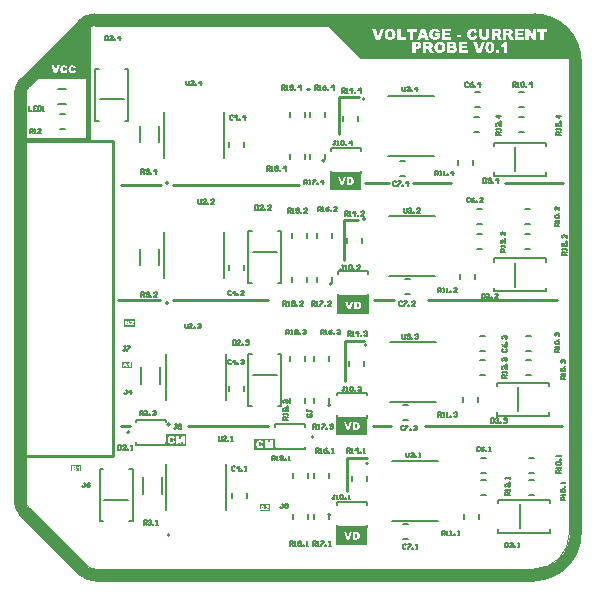
<source format=gto>
G04*
G04 #@! TF.GenerationSoftware,Altium Limited,Altium Designer,23.3.1 (30)*
G04*
G04 Layer_Color=65535*
%FSLAX24Y24*%
%MOIN*%
G70*
G04*
G04 #@! TF.SameCoordinates,2879F4B0-5C84-431D-B3E2-9D7652F484AD*
G04*
G04*
G04 #@! TF.FilePolarity,Positive*
G04*
G01*
G75*
%ADD10C,0.0079*%
%ADD11C,0.0005*%
%ADD12C,0.0100*%
%ADD13C,0.0050*%
G36*
X17634Y18876D02*
X17834Y18822D01*
X18025Y18743D01*
X18204Y18640D01*
X18368Y18514D01*
X18514Y18368D01*
X18640Y18204D01*
X18743Y18025D01*
X18822Y17834D01*
X18876Y17634D01*
X18903Y17429D01*
Y17325D01*
X18903Y1577D01*
Y1474D01*
X18876Y1269D01*
X18822Y1069D01*
X18743Y878D01*
X18640Y699D01*
X18514Y535D01*
X18368Y389D01*
X18204Y263D01*
X18025Y160D01*
X17834Y81D01*
X17634Y27D01*
X17429Y0D01*
X2613D01*
X2461Y30D01*
X2317Y90D01*
X2187Y176D01*
X2132Y231D01*
X2132Y231D01*
X231Y2132D01*
X176Y2187D01*
X90Y2317D01*
X30Y2461D01*
X0Y2613D01*
Y2691D01*
Y16212D01*
Y16290D01*
X30Y16442D01*
X90Y16586D01*
X176Y16716D01*
X231Y16771D01*
X2132Y18672D01*
X2187Y18727D01*
X2317Y18813D01*
X2461Y18873D01*
X2613Y18903D01*
X2691Y18903D01*
X2691Y18903D01*
X17429D01*
X17634Y18876D01*
D02*
G37*
%LPC*%
G36*
X2694Y18509D02*
X2693Y18509D01*
X2654Y18509D01*
X2578Y18494D01*
X2506Y18464D01*
X2441Y18421D01*
X2413Y18393D01*
X2400Y18380D01*
Y17341D01*
X2475D01*
Y16759D01*
X825D01*
Y16805D01*
X512Y16492D01*
X512Y16492D01*
X485Y16464D01*
X441Y16400D01*
X411Y16327D01*
X396Y16251D01*
Y16212D01*
Y2691D01*
Y2652D01*
X411Y2575D01*
X441Y2503D01*
X485Y2438D01*
X512Y2411D01*
X2413Y510D01*
Y510D01*
X2441Y482D01*
X2506Y439D01*
X2578Y409D01*
X2654Y394D01*
X2694Y394D01*
X17328D01*
X17406Y394D01*
X17559Y414D01*
X17709Y454D01*
X17853Y513D01*
X17987Y591D01*
X18110Y685D01*
X18220Y795D01*
X18314Y918D01*
X18392Y1053D01*
X18451Y1196D01*
X18491Y1346D01*
X18512Y1500D01*
X18512Y1577D01*
X18512Y17325D01*
X18512D01*
X18512Y17325D01*
X18512Y17400D01*
X18088Y17400D01*
Y17399D01*
X11612D01*
Y17450D01*
X11600D01*
X10541Y18509D01*
X2694Y18509D01*
D02*
G37*
G36*
X14033Y18403D02*
X14012D01*
X14002Y18402D01*
X13992Y18401D01*
X13983Y18400D01*
X13974Y18399D01*
X13966Y18397D01*
X13959Y18396D01*
X13952Y18394D01*
X13946Y18392D01*
X13941Y18391D01*
X13937Y18389D01*
X13933Y18388D01*
X13930Y18387D01*
X13928Y18386D01*
X13927Y18385D01*
X13926D01*
X13918Y18381D01*
X13910Y18376D01*
X13903Y18371D01*
X13896Y18365D01*
X13890Y18360D01*
X13884Y18354D01*
X13879Y18349D01*
X13874Y18344D01*
X13870Y18339D01*
X13866Y18334D01*
X13863Y18330D01*
X13860Y18327D01*
X13859Y18324D01*
X13857Y18321D01*
X13856Y18320D01*
X13856Y18320D01*
X13852Y18311D01*
X13848Y18303D01*
X13845Y18294D01*
X13843Y18286D01*
X13838Y18269D01*
X13837Y18261D01*
X13836Y18253D01*
X13835Y18246D01*
X13834Y18240D01*
X13833Y18234D01*
X13833Y18229D01*
X13832Y18225D01*
Y18219D01*
X13833Y18209D01*
X13833Y18199D01*
X13835Y18189D01*
X13836Y18180D01*
X13838Y18172D01*
X13839Y18164D01*
X13841Y18156D01*
X13843Y18149D01*
X13846Y18143D01*
X13847Y18137D01*
X13849Y18132D01*
X13851Y18128D01*
X13852Y18125D01*
X13853Y18122D01*
X13854Y18121D01*
X13854Y18121D01*
X13859Y18113D01*
X13863Y18106D01*
X13868Y18099D01*
X13873Y18093D01*
X13878Y18087D01*
X13884Y18082D01*
X13888Y18077D01*
X13893Y18073D01*
X13898Y18069D01*
X13902Y18066D01*
X13906Y18063D01*
X13909Y18061D01*
X13912Y18059D01*
X13914Y18058D01*
X13915Y18057D01*
X13916Y18057D01*
X13924Y18053D01*
X13932Y18050D01*
X13940Y18047D01*
X13949Y18045D01*
X13966Y18041D01*
X13974Y18039D01*
X13982Y18038D01*
X13990Y18037D01*
X13997Y18037D01*
X14003Y18036D01*
X14009Y18036D01*
X14013Y18035D01*
X14019D01*
X14037Y18036D01*
X14046Y18037D01*
X14054Y18037D01*
X14062Y18038D01*
X14069Y18039D01*
X14076Y18040D01*
X14082Y18042D01*
X14088Y18042D01*
X14093Y18043D01*
X14097Y18045D01*
X14101Y18046D01*
X14103Y18046D01*
X14106Y18047D01*
X14107Y18047D01*
X14107D01*
X14114Y18050D01*
X14122Y18053D01*
X14137Y18060D01*
X14151Y18067D01*
X14158Y18070D01*
X14165Y18074D01*
X14171Y18078D01*
X14176Y18081D01*
X14181Y18084D01*
X14186Y18087D01*
X14189Y18089D01*
X14192Y18091D01*
X14193Y18092D01*
X14194Y18092D01*
Y18244D01*
X14024D01*
Y18170D01*
X14098D01*
Y18136D01*
X14090Y18132D01*
X14082Y18128D01*
X14076Y18125D01*
X14070Y18123D01*
X14066Y18121D01*
X14062Y18119D01*
X14060Y18119D01*
X14059Y18119D01*
X14053Y18117D01*
X14047Y18115D01*
X14041Y18115D01*
X14036Y18114D01*
X14031Y18114D01*
X14027Y18113D01*
X14024D01*
X14017Y18114D01*
X14011Y18114D01*
X13999Y18117D01*
X13993Y18119D01*
X13988Y18121D01*
X13984Y18123D01*
X13980Y18126D01*
X13976Y18128D01*
X13973Y18130D01*
X13970Y18132D01*
X13968Y18134D01*
X13966Y18136D01*
X13965Y18137D01*
X13964Y18137D01*
X13964Y18138D01*
X13960Y18143D01*
X13957Y18149D01*
X13954Y18155D01*
X13952Y18161D01*
X13948Y18175D01*
X13945Y18188D01*
X13944Y18195D01*
X13944Y18201D01*
X13943Y18206D01*
X13943Y18211D01*
X13943Y18215D01*
Y18218D01*
Y18220D01*
Y18220D01*
X13943Y18230D01*
X13943Y18239D01*
X13944Y18248D01*
X13946Y18256D01*
X13947Y18263D01*
X13949Y18269D01*
X13951Y18275D01*
X13953Y18280D01*
X13955Y18285D01*
X13957Y18289D01*
X13959Y18292D01*
X13960Y18295D01*
X13962Y18297D01*
X13963Y18298D01*
X13963Y18299D01*
X13964Y18299D01*
X13968Y18304D01*
X13972Y18308D01*
X13977Y18311D01*
X13981Y18314D01*
X13986Y18316D01*
X13991Y18319D01*
X14000Y18322D01*
X14009Y18323D01*
X14012Y18324D01*
X14015Y18324D01*
X14018Y18325D01*
X14021D01*
X14030Y18324D01*
X14037Y18323D01*
X14044Y18321D01*
X14050Y18320D01*
X14055Y18317D01*
X14058Y18316D01*
X14060Y18314D01*
X14061Y18314D01*
X14067Y18309D01*
X14071Y18305D01*
X14075Y18299D01*
X14078Y18295D01*
X14080Y18290D01*
X14082Y18287D01*
X14083Y18284D01*
X14083Y18284D01*
Y18283D01*
X14189Y18302D01*
X14185Y18314D01*
X14180Y18325D01*
X14175Y18335D01*
X14171Y18343D01*
X14166Y18350D01*
X14165Y18352D01*
X14163Y18354D01*
X14162Y18356D01*
X14161Y18358D01*
X14160Y18358D01*
X14160Y18358D01*
X14152Y18366D01*
X14144Y18373D01*
X14136Y18379D01*
X14128Y18384D01*
X14122Y18387D01*
X14119Y18389D01*
X14116Y18389D01*
X14114Y18390D01*
X14113Y18391D01*
X14112Y18392D01*
X14111D01*
X14106Y18393D01*
X14099Y18395D01*
X14092Y18397D01*
X14085Y18398D01*
X14071Y18400D01*
X14057Y18401D01*
X14050Y18402D01*
X14044Y18402D01*
X14038D01*
X14033Y18403D01*
D02*
G37*
G36*
X15285D02*
X15279D01*
X15263Y18402D01*
X15249Y18400D01*
X15235Y18398D01*
X15222Y18395D01*
X15210Y18392D01*
X15199Y18388D01*
X15189Y18383D01*
X15181Y18379D01*
X15173Y18374D01*
X15166Y18370D01*
X15160Y18366D01*
X15155Y18362D01*
X15151Y18359D01*
X15149Y18357D01*
X15147Y18355D01*
X15146Y18355D01*
X15138Y18346D01*
X15131Y18336D01*
X15125Y18325D01*
X15119Y18314D01*
X15115Y18302D01*
X15111Y18291D01*
X15108Y18280D01*
X15105Y18270D01*
X15104Y18259D01*
X15102Y18250D01*
X15101Y18241D01*
X15101Y18234D01*
X15100Y18228D01*
X15100Y18223D01*
Y18219D01*
X15100Y18207D01*
X15101Y18196D01*
X15102Y18185D01*
X15104Y18175D01*
X15106Y18165D01*
X15108Y18156D01*
X15110Y18148D01*
X15113Y18140D01*
X15115Y18134D01*
X15118Y18128D01*
X15120Y18123D01*
X15122Y18119D01*
X15123Y18115D01*
X15125Y18113D01*
X15126Y18112D01*
X15126Y18111D01*
X15131Y18104D01*
X15136Y18096D01*
X15142Y18090D01*
X15147Y18084D01*
X15153Y18079D01*
X15158Y18074D01*
X15163Y18070D01*
X15167Y18066D01*
X15172Y18063D01*
X15176Y18060D01*
X15180Y18057D01*
X15183Y18055D01*
X15186Y18054D01*
X15188Y18053D01*
X15189Y18052D01*
X15189D01*
X15196Y18049D01*
X15204Y18046D01*
X15219Y18042D01*
X15236Y18039D01*
X15251Y18038D01*
X15258Y18037D01*
X15264Y18036D01*
X15270Y18036D01*
X15275D01*
X15278Y18035D01*
X15293D01*
X15301Y18036D01*
X15309Y18037D01*
X15316Y18038D01*
X15323Y18039D01*
X15330Y18040D01*
X15336Y18041D01*
X15341Y18042D01*
X15346Y18043D01*
X15350Y18045D01*
X15354Y18046D01*
X15357Y18047D01*
X15359Y18048D01*
X15361Y18049D01*
X15362Y18049D01*
X15362D01*
X15373Y18055D01*
X15383Y18061D01*
X15393Y18068D01*
X15400Y18075D01*
X15406Y18081D01*
X15410Y18086D01*
X15412Y18087D01*
X15413Y18089D01*
X15414Y18090D01*
X15414Y18090D01*
X15421Y18101D01*
X15428Y18112D01*
X15433Y18123D01*
X15438Y18134D01*
X15439Y18139D01*
X15441Y18143D01*
X15442Y18147D01*
X15443Y18151D01*
X15444Y18153D01*
X15445Y18156D01*
X15445Y18157D01*
Y18157D01*
X15349Y18187D01*
X15346Y18175D01*
X15342Y18164D01*
X15338Y18155D01*
X15334Y18148D01*
X15331Y18143D01*
X15328Y18139D01*
X15326Y18136D01*
X15325Y18135D01*
X15319Y18129D01*
X15311Y18125D01*
X15303Y18122D01*
X15296Y18120D01*
X15289Y18119D01*
X15285Y18118D01*
X15283D01*
X15281Y18118D01*
X15278D01*
X15272Y18118D01*
X15266Y18119D01*
X15256Y18121D01*
X15247Y18125D01*
X15240Y18129D01*
X15235Y18132D01*
X15231Y18136D01*
X15228Y18139D01*
X15228Y18139D01*
X15227Y18139D01*
X15224Y18144D01*
X15222Y18149D01*
X15219Y18155D01*
X15217Y18161D01*
X15214Y18175D01*
X15212Y18188D01*
X15211Y18195D01*
X15211Y18201D01*
X15210Y18206D01*
Y18211D01*
X15210Y18215D01*
Y18218D01*
Y18220D01*
Y18220D01*
Y18229D01*
X15210Y18237D01*
X15211Y18244D01*
X15212Y18251D01*
X15213Y18257D01*
X15215Y18264D01*
X15216Y18268D01*
X15217Y18273D01*
X15219Y18277D01*
X15220Y18281D01*
X15221Y18284D01*
X15223Y18286D01*
X15223Y18288D01*
X15224Y18289D01*
X15225Y18290D01*
Y18290D01*
X15229Y18296D01*
X15233Y18300D01*
X15237Y18304D01*
X15242Y18308D01*
X15247Y18311D01*
X15251Y18313D01*
X15256Y18315D01*
X15261Y18316D01*
X15269Y18319D01*
X15272Y18320D01*
X15275Y18320D01*
X15278Y18320D01*
X15282D01*
X15288Y18320D01*
X15293Y18320D01*
X15298Y18318D01*
X15303Y18317D01*
X15306Y18316D01*
X15309Y18315D01*
X15311Y18314D01*
X15311Y18313D01*
X15316Y18311D01*
X15320Y18308D01*
X15324Y18305D01*
X15327Y18301D01*
X15330Y18299D01*
X15332Y18296D01*
X15333Y18295D01*
X15334Y18294D01*
X15336Y18291D01*
X15337Y18287D01*
X15341Y18280D01*
X15343Y18276D01*
X15344Y18273D01*
X15344Y18271D01*
X15344Y18271D01*
X15441Y18292D01*
X15438Y18302D01*
X15434Y18312D01*
X15429Y18320D01*
X15424Y18329D01*
X15420Y18336D01*
X15415Y18343D01*
X15410Y18349D01*
X15406Y18354D01*
X15401Y18359D01*
X15397Y18364D01*
X15394Y18367D01*
X15390Y18370D01*
X15388Y18372D01*
X15386Y18374D01*
X15385Y18375D01*
X15384Y18375D01*
X15377Y18380D01*
X15368Y18384D01*
X15360Y18388D01*
X15351Y18391D01*
X15343Y18394D01*
X15334Y18396D01*
X15325Y18398D01*
X15317Y18399D01*
X15310Y18400D01*
X15302Y18401D01*
X15296Y18402D01*
X15290Y18402D01*
X15285Y18403D01*
D02*
G37*
G36*
X17381Y18396D02*
X17277D01*
Y18200D01*
X17144Y18396D01*
X17042D01*
Y18042D01*
X17145D01*
Y18236D01*
X17277Y18042D01*
X17381D01*
Y18396D01*
D02*
G37*
G36*
X12323D02*
X12211D01*
X12132Y18141D01*
X12052Y18396D01*
X11938D01*
X12071Y18042D01*
X12191D01*
X12323Y18396D01*
D02*
G37*
G36*
X14900Y18209D02*
X14757D01*
Y18133D01*
X14900D01*
Y18209D01*
D02*
G37*
G36*
X15839Y18396D02*
X15729D01*
Y18180D01*
X15729Y18170D01*
X15727Y18160D01*
X15724Y18153D01*
X15722Y18146D01*
X15719Y18141D01*
X15716Y18137D01*
X15714Y18135D01*
X15713Y18134D01*
X15707Y18129D01*
X15699Y18125D01*
X15692Y18122D01*
X15685Y18121D01*
X15679Y18119D01*
X15674Y18119D01*
X15671Y18119D01*
X15669D01*
X15659Y18119D01*
X15650Y18121D01*
X15642Y18124D01*
X15636Y18127D01*
X15631Y18129D01*
X15627Y18132D01*
X15625Y18134D01*
X15624Y18135D01*
X15619Y18141D01*
X15615Y18149D01*
X15612Y18156D01*
X15611Y18164D01*
X15609Y18170D01*
X15609Y18173D01*
Y18175D01*
X15608Y18178D01*
Y18179D01*
Y18180D01*
Y18180D01*
Y18396D01*
X15499D01*
Y18185D01*
X15499Y18175D01*
X15500Y18164D01*
X15502Y18154D01*
X15504Y18145D01*
X15506Y18137D01*
X15507Y18133D01*
X15507Y18130D01*
X15508Y18128D01*
X15508Y18126D01*
X15509Y18125D01*
Y18125D01*
X15511Y18117D01*
X15515Y18109D01*
X15519Y18102D01*
X15523Y18096D01*
X15526Y18091D01*
X15529Y18087D01*
X15531Y18084D01*
X15532Y18084D01*
Y18084D01*
X15538Y18077D01*
X15545Y18070D01*
X15551Y18065D01*
X15557Y18061D01*
X15562Y18057D01*
X15566Y18055D01*
X15569Y18053D01*
X15569Y18053D01*
X15570D01*
X15578Y18049D01*
X15586Y18046D01*
X15595Y18044D01*
X15603Y18042D01*
X15610Y18041D01*
X15613Y18040D01*
X15615Y18040D01*
X15618Y18039D01*
X15619Y18039D01*
X15621D01*
X15632Y18038D01*
X15642Y18037D01*
X15652Y18036D01*
X15660Y18036D01*
X15667Y18035D01*
X15677D01*
X15694Y18036D01*
X15708Y18037D01*
X15715Y18038D01*
X15721Y18039D01*
X15727Y18040D01*
X15733Y18042D01*
X15737Y18042D01*
X15742Y18043D01*
X15745Y18045D01*
X15748Y18046D01*
X15751Y18046D01*
X15753Y18047D01*
X15754Y18047D01*
X15754D01*
X15763Y18051D01*
X15771Y18056D01*
X15778Y18060D01*
X15785Y18065D01*
X15790Y18070D01*
X15795Y18073D01*
X15797Y18076D01*
X15798Y18076D01*
X15798Y18077D01*
X15805Y18085D01*
X15812Y18093D01*
X15817Y18101D01*
X15821Y18109D01*
X15825Y18115D01*
X15826Y18119D01*
X15827Y18121D01*
X15828Y18123D01*
X15828Y18124D01*
X15829Y18125D01*
Y18126D01*
X15832Y18136D01*
X15834Y18146D01*
X15836Y18157D01*
X15837Y18166D01*
X15838Y18174D01*
Y18177D01*
X15839Y18180D01*
Y18396D01*
D02*
G37*
G36*
X17762D02*
X17429D01*
Y18309D01*
X17541D01*
Y18042D01*
X17651D01*
Y18309D01*
X17762D01*
Y18396D01*
D02*
G37*
G36*
X16977D02*
X16683D01*
Y18042D01*
X16982D01*
Y18122D01*
X16793D01*
Y18192D01*
X16964D01*
Y18264D01*
X16793D01*
Y18321D01*
X16977D01*
Y18396D01*
D02*
G37*
G36*
X16489D02*
X16298D01*
Y18042D01*
X16409D01*
Y18186D01*
X16418D01*
X16423Y18185D01*
X16429Y18184D01*
X16433Y18183D01*
X16437Y18182D01*
X16440Y18180D01*
X16443Y18179D01*
X16444Y18178D01*
X16445Y18178D01*
X16448Y18174D01*
X16452Y18171D01*
X16455Y18166D01*
X16458Y18161D01*
X16461Y18157D01*
X16463Y18153D01*
X16465Y18151D01*
X16465Y18150D01*
Y18150D01*
X16524Y18042D01*
X16648D01*
X16594Y18144D01*
X16593Y18147D01*
X16590Y18151D01*
X16585Y18158D01*
X16582Y18161D01*
X16580Y18164D01*
X16579Y18166D01*
X16579Y18166D01*
X16575Y18171D01*
X16571Y18175D01*
X16568Y18178D01*
X16565Y18181D01*
X16564Y18183D01*
X16562Y18184D01*
X16562Y18185D01*
X16561D01*
X16557Y18188D01*
X16553Y18190D01*
X16544Y18194D01*
X16539Y18195D01*
X16536Y18197D01*
X16534Y18198D01*
X16533Y18198D01*
X16533D01*
X16541Y18200D01*
X16549Y18203D01*
X16556Y18205D01*
X16562Y18207D01*
X16566Y18209D01*
X16569Y18211D01*
X16571Y18212D01*
X16572Y18212D01*
X16579Y18218D01*
X16586Y18223D01*
X16593Y18229D01*
X16597Y18235D01*
X16601Y18240D01*
X16604Y18243D01*
X16606Y18246D01*
X16607Y18247D01*
Y18247D01*
X16611Y18255D01*
X16614Y18264D01*
X16616Y18272D01*
X16617Y18280D01*
X16619Y18287D01*
Y18290D01*
X16619Y18293D01*
Y18295D01*
Y18296D01*
Y18297D01*
Y18298D01*
X16618Y18310D01*
X16617Y18321D01*
X16614Y18331D01*
X16611Y18339D01*
X16609Y18343D01*
X16608Y18346D01*
X16607Y18349D01*
X16605Y18351D01*
X16604Y18353D01*
X16603Y18354D01*
X16603Y18355D01*
Y18355D01*
X16596Y18364D01*
X16589Y18370D01*
X16582Y18376D01*
X16575Y18380D01*
X16568Y18384D01*
X16563Y18386D01*
X16562Y18387D01*
X16560Y18387D01*
X16559Y18388D01*
X16559D01*
X16554Y18389D01*
X16548Y18391D01*
X16535Y18393D01*
X16523Y18394D01*
X16510Y18396D01*
X16504D01*
X16499Y18396D01*
X16494D01*
X16489Y18396D01*
D02*
G37*
G36*
X16104D02*
X15913D01*
Y18042D01*
X16023D01*
Y18186D01*
X16032D01*
X16038Y18185D01*
X16043Y18184D01*
X16047Y18183D01*
X16051Y18182D01*
X16055Y18180D01*
X16057Y18179D01*
X16059Y18178D01*
X16059Y18178D01*
X16062Y18174D01*
X16066Y18171D01*
X16069Y18166D01*
X16073Y18161D01*
X16075Y18157D01*
X16077Y18153D01*
X16079Y18151D01*
X16079Y18150D01*
Y18150D01*
X16138Y18042D01*
X16262D01*
X16208Y18144D01*
X16207Y18147D01*
X16204Y18151D01*
X16199Y18158D01*
X16197Y18161D01*
X16194Y18164D01*
X16193Y18166D01*
X16193Y18166D01*
X16189Y18171D01*
X16185Y18175D01*
X16182Y18178D01*
X16180Y18181D01*
X16178Y18183D01*
X16177Y18184D01*
X16176Y18185D01*
X16175D01*
X16171Y18188D01*
X16167Y18190D01*
X16158Y18194D01*
X16153Y18195D01*
X16150Y18197D01*
X16148Y18198D01*
X16147Y18198D01*
X16147D01*
X16156Y18200D01*
X16163Y18203D01*
X16170Y18205D01*
X16176Y18207D01*
X16180Y18209D01*
X16183Y18211D01*
X16185Y18212D01*
X16186Y18212D01*
X16194Y18218D01*
X16201Y18223D01*
X16207Y18229D01*
X16211Y18235D01*
X16215Y18240D01*
X16218Y18243D01*
X16220Y18246D01*
X16221Y18247D01*
Y18247D01*
X16225Y18255D01*
X16228Y18264D01*
X16230Y18272D01*
X16232Y18280D01*
X16233Y18287D01*
Y18290D01*
X16233Y18293D01*
Y18295D01*
Y18296D01*
Y18297D01*
Y18298D01*
X16232Y18310D01*
X16231Y18321D01*
X16228Y18331D01*
X16225Y18339D01*
X16223Y18343D01*
X16222Y18346D01*
X16221Y18349D01*
X16219Y18351D01*
X16218Y18353D01*
X16218Y18354D01*
X16217Y18355D01*
Y18355D01*
X16210Y18364D01*
X16203Y18370D01*
X16196Y18376D01*
X16189Y18380D01*
X16183Y18384D01*
X16177Y18386D01*
X16176Y18387D01*
X16174Y18387D01*
X16173Y18388D01*
X16173D01*
X16168Y18389D01*
X16162Y18391D01*
X16149Y18393D01*
X16137Y18394D01*
X16124Y18396D01*
X16118D01*
X16113Y18396D01*
X16108D01*
X16104Y18396D01*
D02*
G37*
G36*
X14553D02*
X14259D01*
Y18042D01*
X14558D01*
Y18122D01*
X14369D01*
Y18192D01*
X14540D01*
Y18264D01*
X14369D01*
Y18321D01*
X14553D01*
Y18396D01*
D02*
G37*
G36*
X13678D02*
X13557D01*
X13424Y18042D01*
X13536D01*
X13554Y18100D01*
X13678D01*
X13696Y18042D01*
X13811D01*
X13678Y18396D01*
D02*
G37*
G36*
X13411D02*
X13077D01*
Y18309D01*
X13189D01*
Y18042D01*
X13299D01*
Y18309D01*
X13411D01*
Y18396D01*
D02*
G37*
G36*
X12881D02*
X12771D01*
Y18042D01*
X13052D01*
Y18129D01*
X12881D01*
Y18396D01*
D02*
G37*
G36*
X12532Y18403D02*
X12528D01*
X12512Y18402D01*
X12497Y18400D01*
X12483Y18398D01*
X12470Y18395D01*
X12459Y18391D01*
X12447Y18387D01*
X12437Y18383D01*
X12428Y18379D01*
X12420Y18374D01*
X12413Y18369D01*
X12407Y18365D01*
X12402Y18361D01*
X12398Y18358D01*
X12395Y18356D01*
X12393Y18354D01*
X12393Y18354D01*
X12385Y18344D01*
X12377Y18334D01*
X12371Y18323D01*
X12365Y18313D01*
X12361Y18301D01*
X12357Y18290D01*
X12354Y18279D01*
X12351Y18268D01*
X12349Y18258D01*
X12348Y18249D01*
X12346Y18240D01*
X12346Y18233D01*
X12345Y18227D01*
X12345Y18223D01*
Y18219D01*
X12345Y18207D01*
X12346Y18196D01*
X12347Y18186D01*
X12349Y18176D01*
X12351Y18167D01*
X12352Y18159D01*
X12355Y18151D01*
X12357Y18143D01*
X12359Y18137D01*
X12362Y18132D01*
X12363Y18126D01*
X12365Y18122D01*
X12367Y18119D01*
X12368Y18117D01*
X12369Y18115D01*
X12369Y18115D01*
X12374Y18108D01*
X12379Y18101D01*
X12384Y18094D01*
X12389Y18088D01*
X12395Y18083D01*
X12400Y18077D01*
X12405Y18073D01*
X12410Y18069D01*
X12415Y18066D01*
X12419Y18063D01*
X12423Y18060D01*
X12426Y18058D01*
X12429Y18056D01*
X12431Y18055D01*
X12432Y18055D01*
X12433Y18054D01*
X12440Y18051D01*
X12448Y18048D01*
X12465Y18043D01*
X12482Y18040D01*
X12490Y18039D01*
X12497Y18038D01*
X12504Y18037D01*
X12511Y18036D01*
X12517Y18036D01*
X12522D01*
X12527Y18035D01*
X12532D01*
X12543Y18036D01*
X12553Y18036D01*
X12563Y18038D01*
X12573Y18039D01*
X12581Y18041D01*
X12590Y18042D01*
X12597Y18044D01*
X12604Y18046D01*
X12610Y18049D01*
X12615Y18050D01*
X12620Y18052D01*
X12624Y18054D01*
X12627Y18055D01*
X12629Y18056D01*
X12630Y18057D01*
X12631Y18057D01*
X12638Y18062D01*
X12645Y18067D01*
X12651Y18071D01*
X12657Y18077D01*
X12663Y18082D01*
X12667Y18087D01*
X12672Y18092D01*
X12676Y18097D01*
X12680Y18101D01*
X12683Y18106D01*
X12685Y18109D01*
X12688Y18113D01*
X12689Y18115D01*
X12691Y18118D01*
X12691Y18119D01*
X12691Y18119D01*
X12695Y18127D01*
X12698Y18135D01*
X12704Y18152D01*
X12707Y18169D01*
X12708Y18178D01*
X12710Y18185D01*
X12711Y18193D01*
X12712Y18200D01*
X12712Y18206D01*
Y18211D01*
X12712Y18216D01*
Y18222D01*
X12712Y18237D01*
X12710Y18252D01*
X12708Y18266D01*
X12705Y18278D01*
X12701Y18291D01*
X12697Y18302D01*
X12693Y18311D01*
X12688Y18320D01*
X12684Y18328D01*
X12680Y18335D01*
X12676Y18341D01*
X12672Y18346D01*
X12669Y18350D01*
X12667Y18353D01*
X12665Y18354D01*
X12664Y18355D01*
X12655Y18363D01*
X12645Y18371D01*
X12634Y18377D01*
X12623Y18382D01*
X12611Y18387D01*
X12600Y18391D01*
X12589Y18394D01*
X12578Y18396D01*
X12568Y18399D01*
X12559Y18400D01*
X12550Y18401D01*
X12542Y18402D01*
X12536Y18402D01*
X12532Y18403D01*
D02*
G37*
G36*
X15688Y17958D02*
X15577D01*
X15498Y17703D01*
X15418Y17958D01*
X15303D01*
X15437Y17604D01*
X15556D01*
X15688Y17958D01*
D02*
G37*
G36*
X16428Y17965D02*
X16346D01*
X16340Y17952D01*
X16333Y17941D01*
X16326Y17932D01*
X16319Y17923D01*
X16312Y17917D01*
X16309Y17914D01*
X16307Y17912D01*
X16305Y17910D01*
X16304Y17909D01*
X16303Y17908D01*
X16302Y17908D01*
X16297Y17903D01*
X16291Y17899D01*
X16279Y17892D01*
X16266Y17885D01*
X16253Y17880D01*
X16247Y17877D01*
X16242Y17875D01*
X16237Y17873D01*
X16233Y17872D01*
X16229Y17871D01*
X16227Y17870D01*
X16225Y17869D01*
X16225D01*
Y17788D01*
X16237Y17792D01*
X16248Y17796D01*
X16257Y17800D01*
X16266Y17803D01*
X16272Y17806D01*
X16275Y17807D01*
X16277Y17808D01*
X16279Y17809D01*
X16280Y17809D01*
X16281Y17810D01*
X16281D01*
X16290Y17814D01*
X16298Y17819D01*
X16306Y17824D01*
X16313Y17829D01*
X16319Y17833D01*
X16324Y17836D01*
X16326Y17838D01*
X16327Y17839D01*
X16328Y17840D01*
X16328D01*
Y17604D01*
X16428D01*
Y17965D01*
D02*
G37*
G36*
X16154Y17702D02*
X16049D01*
Y17604D01*
X16154D01*
Y17702D01*
D02*
G37*
G36*
X15109Y17958D02*
X14815D01*
Y17604D01*
X15115D01*
Y17684D01*
X14925D01*
Y17754D01*
X15096D01*
Y17826D01*
X14925D01*
Y17883D01*
X15109D01*
Y17958D01*
D02*
G37*
G36*
X14640D02*
X14430D01*
Y17604D01*
X14622D01*
X14625Y17604D01*
X14632Y17604D01*
X14640Y17605D01*
X14648Y17606D01*
X14656Y17607D01*
X14659D01*
X14662Y17607D01*
X14664Y17608D01*
X14666Y17608D01*
X14668D01*
X14678Y17610D01*
X14686Y17611D01*
X14694Y17614D01*
X14699Y17615D01*
X14704Y17617D01*
X14707Y17618D01*
X14710Y17619D01*
X14710Y17620D01*
X14718Y17625D01*
X14725Y17631D01*
X14731Y17637D01*
X14736Y17642D01*
X14740Y17647D01*
X14743Y17651D01*
X14744Y17654D01*
X14745Y17654D01*
Y17655D01*
X14749Y17663D01*
X14752Y17672D01*
X14755Y17680D01*
X14756Y17688D01*
X14757Y17694D01*
X14758Y17698D01*
X14758Y17700D01*
Y17704D01*
X14757Y17717D01*
X14755Y17728D01*
X14752Y17737D01*
X14749Y17745D01*
X14745Y17752D01*
X14744Y17754D01*
X14743Y17757D01*
X14741Y17758D01*
X14741Y17760D01*
X14740Y17760D01*
X14740Y17760D01*
X14736Y17764D01*
X14732Y17768D01*
X14723Y17775D01*
X14714Y17781D01*
X14705Y17785D01*
X14696Y17788D01*
X14693Y17790D01*
X14689Y17791D01*
X14687Y17791D01*
X14685Y17792D01*
X14684Y17792D01*
X14683D01*
X14692Y17796D01*
X14700Y17800D01*
X14706Y17804D01*
X14712Y17808D01*
X14716Y17811D01*
X14719Y17813D01*
X14721Y17816D01*
X14722Y17816D01*
X14725Y17820D01*
X14728Y17825D01*
X14733Y17834D01*
X14737Y17843D01*
X14739Y17851D01*
X14741Y17859D01*
X14741Y17862D01*
Y17864D01*
X14741Y17867D01*
Y17868D01*
Y17869D01*
Y17870D01*
X14741Y17877D01*
X14740Y17883D01*
X14739Y17889D01*
X14737Y17895D01*
X14733Y17906D01*
X14730Y17911D01*
X14728Y17915D01*
X14725Y17919D01*
X14723Y17923D01*
X14720Y17926D01*
X14718Y17928D01*
X14717Y17930D01*
X14715Y17931D01*
X14714Y17932D01*
X14714Y17933D01*
X14709Y17937D01*
X14703Y17941D01*
X14696Y17944D01*
X14690Y17947D01*
X14683Y17950D01*
X14677Y17952D01*
X14664Y17955D01*
X14658Y17956D01*
X14653Y17957D01*
X14647Y17958D01*
X14643Y17958D01*
X14640Y17958D01*
D02*
G37*
G36*
X13823D02*
X13632D01*
Y17604D01*
X13742D01*
Y17748D01*
X13752D01*
X13757Y17747D01*
X13762Y17746D01*
X13766Y17745D01*
X13770Y17744D01*
X13774Y17742D01*
X13776Y17741D01*
X13778Y17740D01*
X13778Y17739D01*
X13782Y17736D01*
X13785Y17732D01*
X13788Y17728D01*
X13792Y17723D01*
X13794Y17719D01*
X13797Y17715D01*
X13798Y17713D01*
X13798Y17712D01*
Y17712D01*
X13857Y17604D01*
X13981D01*
X13928Y17706D01*
X13926Y17709D01*
X13924Y17713D01*
X13919Y17720D01*
X13916Y17723D01*
X13914Y17726D01*
X13912Y17728D01*
X13912Y17728D01*
X13908Y17733D01*
X13905Y17737D01*
X13901Y17740D01*
X13899Y17743D01*
X13897Y17745D01*
X13896Y17746D01*
X13895Y17747D01*
X13894D01*
X13891Y17750D01*
X13886Y17752D01*
X13877Y17756D01*
X13873Y17757D01*
X13869Y17759D01*
X13867Y17760D01*
X13867Y17760D01*
X13866D01*
X13875Y17762D01*
X13883Y17765D01*
X13889Y17767D01*
X13895Y17769D01*
X13899Y17771D01*
X13902Y17773D01*
X13905Y17774D01*
X13905Y17774D01*
X13913Y17780D01*
X13920Y17785D01*
X13926Y17791D01*
X13931Y17797D01*
X13935Y17802D01*
X13938Y17805D01*
X13940Y17808D01*
X13940Y17809D01*
Y17809D01*
X13944Y17817D01*
X13947Y17826D01*
X13950Y17834D01*
X13951Y17842D01*
X13952Y17849D01*
Y17852D01*
X13953Y17855D01*
Y17857D01*
Y17858D01*
Y17859D01*
Y17860D01*
X13952Y17872D01*
X13950Y17883D01*
X13947Y17893D01*
X13944Y17901D01*
X13943Y17905D01*
X13941Y17908D01*
X13940Y17911D01*
X13939Y17913D01*
X13938Y17915D01*
X13937Y17916D01*
X13936Y17917D01*
Y17917D01*
X13929Y17926D01*
X13922Y17932D01*
X13915Y17938D01*
X13908Y17942D01*
X13902Y17946D01*
X13897Y17948D01*
X13895Y17949D01*
X13894Y17949D01*
X13893Y17950D01*
X13892D01*
X13887Y17951D01*
X13881Y17953D01*
X13869Y17955D01*
X13856Y17956D01*
X13843Y17958D01*
X13838D01*
X13832Y17958D01*
X13827D01*
X13823Y17958D01*
D02*
G37*
G36*
X13460D02*
X13272D01*
Y17604D01*
X13382D01*
Y17735D01*
X13442D01*
X13454Y17736D01*
X13465Y17736D01*
X13476Y17738D01*
X13485Y17740D01*
X13495Y17742D01*
X13503Y17745D01*
X13510Y17747D01*
X13516Y17750D01*
X13522Y17753D01*
X13527Y17756D01*
X13531Y17758D01*
X13535Y17760D01*
X13537Y17763D01*
X13540Y17764D01*
X13541Y17765D01*
X13541Y17765D01*
X13547Y17771D01*
X13552Y17777D01*
X13556Y17784D01*
X13560Y17791D01*
X13563Y17798D01*
X13566Y17805D01*
X13568Y17812D01*
X13570Y17819D01*
X13571Y17825D01*
X13572Y17830D01*
X13573Y17836D01*
X13573Y17840D01*
X13574Y17844D01*
Y17849D01*
X13573Y17859D01*
X13572Y17867D01*
X13571Y17876D01*
X13569Y17884D01*
X13567Y17891D01*
X13565Y17898D01*
X13562Y17904D01*
X13559Y17909D01*
X13556Y17914D01*
X13554Y17918D01*
X13551Y17922D01*
X13549Y17925D01*
X13547Y17927D01*
X13545Y17929D01*
X13544Y17930D01*
X13544Y17930D01*
X13538Y17935D01*
X13532Y17939D01*
X13525Y17943D01*
X13517Y17947D01*
X13510Y17949D01*
X13503Y17951D01*
X13488Y17955D01*
X13481Y17956D01*
X13475Y17957D01*
X13469Y17958D01*
X13464Y17958D01*
X13460Y17958D01*
D02*
G37*
G36*
X15862Y17965D02*
X15856D01*
X15842Y17964D01*
X15830Y17963D01*
X15818Y17961D01*
X15807Y17958D01*
X15797Y17955D01*
X15788Y17952D01*
X15780Y17948D01*
X15772Y17944D01*
X15766Y17940D01*
X15760Y17937D01*
X15756Y17933D01*
X15752Y17930D01*
X15749Y17928D01*
X15747Y17926D01*
X15745Y17924D01*
X15745Y17924D01*
X15738Y17916D01*
X15733Y17906D01*
X15728Y17896D01*
X15724Y17885D01*
X15720Y17873D01*
X15717Y17861D01*
X15715Y17850D01*
X15713Y17838D01*
X15712Y17827D01*
X15710Y17816D01*
X15710Y17807D01*
X15709Y17799D01*
Y17792D01*
X15708Y17789D01*
Y17782D01*
X15709Y17767D01*
X15710Y17753D01*
X15711Y17740D01*
X15712Y17735D01*
X15712Y17729D01*
X15713Y17725D01*
X15713Y17720D01*
X15714Y17716D01*
X15715Y17713D01*
X15715Y17711D01*
Y17709D01*
X15715Y17708D01*
Y17707D01*
X15719Y17695D01*
X15722Y17684D01*
X15725Y17675D01*
X15728Y17667D01*
X15731Y17661D01*
X15733Y17657D01*
X15734Y17656D01*
X15735Y17654D01*
X15735Y17654D01*
Y17653D01*
X15742Y17644D01*
X15750Y17635D01*
X15757Y17628D01*
X15764Y17622D01*
X15771Y17618D01*
X15776Y17614D01*
X15778Y17613D01*
X15779Y17612D01*
X15780Y17611D01*
X15781D01*
X15792Y17607D01*
X15803Y17604D01*
X15816Y17601D01*
X15827Y17599D01*
X15832Y17599D01*
X15837Y17598D01*
X15841Y17598D01*
X15845D01*
X15848Y17597D01*
X15853D01*
X15867Y17598D01*
X15881Y17599D01*
X15893Y17601D01*
X15904Y17604D01*
X15914Y17608D01*
X15923Y17611D01*
X15932Y17616D01*
X15939Y17620D01*
X15945Y17624D01*
X15951Y17628D01*
X15955Y17632D01*
X15959Y17635D01*
X15962Y17638D01*
X15964Y17640D01*
X15965Y17642D01*
X15965Y17642D01*
X15971Y17651D01*
X15976Y17661D01*
X15981Y17672D01*
X15984Y17683D01*
X15988Y17695D01*
X15990Y17707D01*
X15993Y17718D01*
X15994Y17730D01*
X15996Y17741D01*
X15996Y17751D01*
X15997Y17760D01*
X15998Y17768D01*
X15998Y17774D01*
Y17784D01*
X15998Y17799D01*
X15996Y17815D01*
X15995Y17829D01*
X15994Y17835D01*
X15993Y17841D01*
X15992Y17847D01*
X15991Y17851D01*
X15990Y17856D01*
X15990Y17859D01*
X15989Y17862D01*
X15989Y17864D01*
X15988Y17866D01*
Y17866D01*
X15986Y17874D01*
X15984Y17881D01*
X15982Y17887D01*
X15979Y17892D01*
X15978Y17896D01*
X15976Y17900D01*
X15975Y17902D01*
X15975Y17902D01*
X15971Y17908D01*
X15968Y17914D01*
X15964Y17919D01*
X15960Y17923D01*
X15957Y17927D01*
X15954Y17930D01*
X15952Y17932D01*
X15952Y17932D01*
X15946Y17937D01*
X15940Y17942D01*
X15934Y17946D01*
X15928Y17949D01*
X15923Y17952D01*
X15918Y17954D01*
X15917Y17954D01*
X15915Y17955D01*
X15915Y17955D01*
X15914D01*
X15905Y17958D01*
X15896Y17961D01*
X15885Y17962D01*
X15876Y17963D01*
X15868Y17964D01*
X15864D01*
X15862Y17965D01*
D02*
G37*
G36*
X14190D02*
X14186D01*
X14170Y17964D01*
X14155Y17962D01*
X14141Y17960D01*
X14128Y17957D01*
X14116Y17953D01*
X14105Y17949D01*
X14095Y17945D01*
X14086Y17940D01*
X14078Y17936D01*
X14071Y17931D01*
X14065Y17927D01*
X14060Y17923D01*
X14056Y17920D01*
X14053Y17918D01*
X14051Y17916D01*
X14051Y17916D01*
X14043Y17906D01*
X14035Y17896D01*
X14029Y17885D01*
X14023Y17874D01*
X14019Y17863D01*
X14015Y17852D01*
X14012Y17841D01*
X14009Y17830D01*
X14007Y17820D01*
X14006Y17811D01*
X14004Y17802D01*
X14004Y17795D01*
X14003Y17789D01*
X14003Y17784D01*
Y17781D01*
X14003Y17769D01*
X14004Y17758D01*
X14005Y17748D01*
X14007Y17738D01*
X14009Y17729D01*
X14010Y17721D01*
X14012Y17713D01*
X14015Y17705D01*
X14017Y17699D01*
X14019Y17694D01*
X14021Y17688D01*
X14023Y17684D01*
X14025Y17681D01*
X14026Y17679D01*
X14026Y17677D01*
X14027Y17677D01*
X14032Y17670D01*
X14037Y17663D01*
X14042Y17656D01*
X14047Y17650D01*
X14053Y17645D01*
X14058Y17639D01*
X14063Y17635D01*
X14068Y17631D01*
X14073Y17628D01*
X14077Y17625D01*
X14081Y17622D01*
X14084Y17620D01*
X14087Y17618D01*
X14089Y17617D01*
X14090Y17617D01*
X14091Y17616D01*
X14098Y17613D01*
X14106Y17610D01*
X14123Y17605D01*
X14140Y17602D01*
X14148Y17601D01*
X14155Y17600D01*
X14162Y17599D01*
X14169Y17598D01*
X14175Y17598D01*
X14180D01*
X14185Y17597D01*
X14190D01*
X14201Y17598D01*
X14211Y17598D01*
X14221Y17600D01*
X14231Y17601D01*
X14239Y17603D01*
X14248Y17604D01*
X14255Y17606D01*
X14262Y17608D01*
X14268Y17611D01*
X14273Y17612D01*
X14278Y17614D01*
X14282Y17616D01*
X14285Y17617D01*
X14287Y17618D01*
X14288Y17619D01*
X14289Y17619D01*
X14296Y17624D01*
X14303Y17628D01*
X14309Y17633D01*
X14315Y17639D01*
X14321Y17644D01*
X14325Y17649D01*
X14330Y17654D01*
X14334Y17659D01*
X14338Y17663D01*
X14341Y17668D01*
X14343Y17671D01*
X14345Y17675D01*
X14347Y17677D01*
X14349Y17680D01*
X14349Y17681D01*
X14349Y17681D01*
X14353Y17689D01*
X14356Y17697D01*
X14362Y17714D01*
X14365Y17731D01*
X14366Y17739D01*
X14368Y17747D01*
X14369Y17755D01*
X14370Y17762D01*
X14370Y17768D01*
Y17773D01*
X14370Y17777D01*
Y17784D01*
X14370Y17799D01*
X14368Y17814D01*
X14366Y17828D01*
X14363Y17840D01*
X14359Y17853D01*
X14355Y17864D01*
X14351Y17873D01*
X14346Y17882D01*
X14342Y17890D01*
X14338Y17897D01*
X14334Y17903D01*
X14330Y17908D01*
X14327Y17912D01*
X14325Y17915D01*
X14323Y17916D01*
X14322Y17917D01*
X14313Y17925D01*
X14303Y17933D01*
X14292Y17939D01*
X14281Y17944D01*
X14269Y17949D01*
X14258Y17953D01*
X14247Y17956D01*
X14236Y17958D01*
X14226Y17961D01*
X14217Y17962D01*
X14208Y17963D01*
X14200Y17964D01*
X14194Y17964D01*
X14190Y17965D01*
D02*
G37*
G36*
X1362Y17342D02*
X1361Y17341D01*
X1387D01*
X1362Y17342D01*
D02*
G37*
G36*
X1943Y17181D02*
X1938D01*
X1927Y17181D01*
X1917Y17179D01*
X1907Y17178D01*
X1898Y17176D01*
X1889Y17173D01*
X1881Y17170D01*
X1874Y17167D01*
X1868Y17164D01*
X1862Y17161D01*
X1857Y17158D01*
X1853Y17155D01*
X1850Y17152D01*
X1847Y17150D01*
X1845Y17149D01*
X1844Y17147D01*
X1844Y17147D01*
X1838Y17140D01*
X1833Y17133D01*
X1828Y17126D01*
X1824Y17118D01*
X1821Y17110D01*
X1818Y17101D01*
X1816Y17094D01*
X1814Y17086D01*
X1813Y17079D01*
X1812Y17072D01*
X1811Y17066D01*
X1811Y17061D01*
X1811Y17056D01*
X1810Y17053D01*
Y17050D01*
X1811Y17042D01*
X1811Y17033D01*
X1812Y17026D01*
X1813Y17018D01*
X1815Y17012D01*
X1816Y17005D01*
X1818Y16999D01*
X1820Y16994D01*
X1821Y16989D01*
X1823Y16985D01*
X1825Y16981D01*
X1826Y16979D01*
X1827Y16976D01*
X1828Y16974D01*
X1829Y16973D01*
X1829Y16973D01*
X1833Y16968D01*
X1836Y16962D01*
X1840Y16958D01*
X1844Y16954D01*
X1848Y16950D01*
X1852Y16946D01*
X1855Y16943D01*
X1859Y16940D01*
X1862Y16938D01*
X1865Y16936D01*
X1868Y16935D01*
X1870Y16933D01*
X1872Y16932D01*
X1873Y16931D01*
X1874Y16931D01*
X1874D01*
X1879Y16929D01*
X1884Y16927D01*
X1896Y16924D01*
X1907Y16922D01*
X1918Y16921D01*
X1923Y16920D01*
X1928Y16920D01*
X1932Y16919D01*
X1935D01*
X1938Y16919D01*
X1948D01*
X1954Y16919D01*
X1960Y16920D01*
X1965Y16921D01*
X1970Y16921D01*
X1975Y16922D01*
X1979Y16923D01*
X1982Y16924D01*
X1986Y16925D01*
X1989Y16926D01*
X1991Y16926D01*
X1994Y16927D01*
X1996Y16928D01*
X1997Y16928D01*
X1997Y16929D01*
X1998D01*
X2006Y16933D01*
X2013Y16937D01*
X2019Y16942D01*
X2025Y16947D01*
X2029Y16951D01*
X2032Y16955D01*
X2033Y16956D01*
X2034Y16957D01*
X2034Y16958D01*
X2035Y16958D01*
X2040Y16965D01*
X2044Y16974D01*
X2048Y16982D01*
X2051Y16989D01*
X2053Y16993D01*
X2054Y16996D01*
X2055Y16999D01*
X2055Y17001D01*
X2056Y17003D01*
X2056Y17005D01*
X2057Y17006D01*
Y17006D01*
X1988Y17027D01*
X1986Y17018D01*
X1983Y17011D01*
X1980Y17004D01*
X1978Y16999D01*
X1975Y16995D01*
X1973Y16993D01*
X1972Y16991D01*
X1971Y16990D01*
X1967Y16986D01*
X1961Y16983D01*
X1955Y16981D01*
X1950Y16979D01*
X1945Y16978D01*
X1943Y16978D01*
X1941D01*
X1939Y16978D01*
X1937D01*
X1933Y16978D01*
X1929Y16978D01*
X1922Y16980D01*
X1916Y16983D01*
X1911Y16985D01*
X1907Y16988D01*
X1904Y16991D01*
X1902Y16993D01*
X1902Y16993D01*
X1901Y16993D01*
X1899Y16996D01*
X1897Y17000D01*
X1895Y17004D01*
X1894Y17009D01*
X1892Y17018D01*
X1890Y17028D01*
X1890Y17033D01*
X1889Y17037D01*
X1889Y17041D01*
Y17044D01*
X1889Y17047D01*
Y17049D01*
Y17051D01*
Y17051D01*
Y17057D01*
X1889Y17063D01*
X1890Y17068D01*
X1890Y17073D01*
X1891Y17077D01*
X1892Y17082D01*
X1893Y17085D01*
X1894Y17089D01*
X1895Y17091D01*
X1896Y17094D01*
X1897Y17096D01*
X1898Y17098D01*
X1899Y17099D01*
X1899Y17100D01*
X1899Y17101D01*
Y17101D01*
X1902Y17105D01*
X1905Y17108D01*
X1908Y17111D01*
X1912Y17113D01*
X1915Y17116D01*
X1918Y17117D01*
X1922Y17119D01*
X1925Y17120D01*
X1931Y17121D01*
X1933Y17122D01*
X1936Y17122D01*
X1938Y17122D01*
X1940D01*
X1944Y17122D01*
X1948Y17122D01*
X1952Y17121D01*
X1955Y17120D01*
X1958Y17119D01*
X1960Y17118D01*
X1961Y17118D01*
X1961Y17117D01*
X1965Y17116D01*
X1968Y17113D01*
X1970Y17111D01*
X1973Y17109D01*
X1975Y17107D01*
X1976Y17105D01*
X1977Y17104D01*
X1977Y17104D01*
X1979Y17101D01*
X1980Y17099D01*
X1982Y17093D01*
X1984Y17091D01*
X1984Y17089D01*
X1985Y17087D01*
X1985Y17087D01*
X2054Y17102D01*
X2051Y17109D01*
X2049Y17116D01*
X2045Y17122D01*
X2042Y17128D01*
X2039Y17134D01*
X2035Y17138D01*
X2032Y17143D01*
X2029Y17147D01*
X2025Y17150D01*
X2023Y17153D01*
X2020Y17156D01*
X2018Y17158D01*
X2016Y17159D01*
X2015Y17160D01*
X2014Y17161D01*
X2013Y17161D01*
X2008Y17165D01*
X2002Y17168D01*
X1996Y17170D01*
X1990Y17173D01*
X1984Y17175D01*
X1977Y17176D01*
X1971Y17178D01*
X1966Y17179D01*
X1960Y17179D01*
X1955Y17180D01*
X1950Y17180D01*
X1946Y17181D01*
X1943Y17181D01*
D02*
G37*
G36*
X1667D02*
X1663D01*
X1651Y17181D01*
X1641Y17179D01*
X1631Y17178D01*
X1622Y17176D01*
X1614Y17173D01*
X1606Y17170D01*
X1599Y17167D01*
X1592Y17164D01*
X1587Y17161D01*
X1582Y17158D01*
X1578Y17155D01*
X1574Y17152D01*
X1572Y17150D01*
X1570Y17149D01*
X1568Y17147D01*
X1568Y17147D01*
X1562Y17140D01*
X1557Y17133D01*
X1552Y17126D01*
X1549Y17118D01*
X1546Y17110D01*
X1543Y17101D01*
X1541Y17094D01*
X1539Y17086D01*
X1538Y17079D01*
X1537Y17072D01*
X1536Y17066D01*
X1535Y17061D01*
X1535Y17056D01*
X1535Y17053D01*
Y17050D01*
X1535Y17042D01*
X1536Y17033D01*
X1537Y17026D01*
X1538Y17018D01*
X1539Y17012D01*
X1541Y17005D01*
X1542Y16999D01*
X1544Y16994D01*
X1546Y16989D01*
X1548Y16985D01*
X1549Y16981D01*
X1551Y16979D01*
X1552Y16976D01*
X1552Y16974D01*
X1553Y16973D01*
X1553Y16973D01*
X1557Y16968D01*
X1561Y16962D01*
X1565Y16958D01*
X1568Y16954D01*
X1572Y16950D01*
X1576Y16946D01*
X1580Y16943D01*
X1583Y16940D01*
X1587Y16938D01*
X1589Y16936D01*
X1592Y16935D01*
X1594Y16933D01*
X1596Y16932D01*
X1597Y16931D01*
X1598Y16931D01*
X1599D01*
X1604Y16929D01*
X1609Y16927D01*
X1620Y16924D01*
X1632Y16922D01*
X1642Y16921D01*
X1647Y16920D01*
X1652Y16920D01*
X1656Y16919D01*
X1660D01*
X1662Y16919D01*
X1673D01*
X1679Y16919D01*
X1684Y16920D01*
X1689Y16921D01*
X1694Y16921D01*
X1699Y16922D01*
X1703Y16923D01*
X1707Y16924D01*
X1710Y16925D01*
X1713Y16926D01*
X1716Y16926D01*
X1718Y16927D01*
X1720Y16928D01*
X1721Y16928D01*
X1722Y16929D01*
X1722D01*
X1730Y16933D01*
X1737Y16937D01*
X1744Y16942D01*
X1749Y16947D01*
X1753Y16951D01*
X1757Y16955D01*
X1757Y16956D01*
X1758Y16957D01*
X1759Y16958D01*
X1759Y16958D01*
X1764Y16965D01*
X1769Y16974D01*
X1773Y16982D01*
X1776Y16989D01*
X1777Y16993D01*
X1778Y16996D01*
X1779Y16999D01*
X1780Y17001D01*
X1781Y17003D01*
X1781Y17005D01*
X1781Y17006D01*
Y17006D01*
X1713Y17027D01*
X1710Y17018D01*
X1708Y17011D01*
X1705Y17004D01*
X1702Y16999D01*
X1700Y16995D01*
X1698Y16993D01*
X1696Y16991D01*
X1696Y16990D01*
X1691Y16986D01*
X1685Y16983D01*
X1680Y16981D01*
X1674Y16979D01*
X1670Y16978D01*
X1667Y16978D01*
X1665D01*
X1664Y16978D01*
X1662D01*
X1658Y16978D01*
X1654Y16978D01*
X1646Y16980D01*
X1640Y16983D01*
X1635Y16985D01*
X1631Y16988D01*
X1628Y16991D01*
X1626Y16993D01*
X1626Y16993D01*
X1626Y16993D01*
X1624Y16996D01*
X1622Y17000D01*
X1620Y17004D01*
X1619Y17009D01*
X1616Y17018D01*
X1615Y17028D01*
X1614Y17033D01*
X1614Y17037D01*
X1614Y17041D01*
Y17044D01*
X1613Y17047D01*
Y17049D01*
Y17051D01*
Y17051D01*
Y17057D01*
X1614Y17063D01*
X1614Y17068D01*
X1615Y17073D01*
X1616Y17077D01*
X1617Y17082D01*
X1618Y17085D01*
X1619Y17089D01*
X1620Y17091D01*
X1621Y17094D01*
X1621Y17096D01*
X1622Y17098D01*
X1623Y17099D01*
X1624Y17100D01*
X1624Y17101D01*
Y17101D01*
X1627Y17105D01*
X1630Y17108D01*
X1633Y17111D01*
X1636Y17113D01*
X1640Y17116D01*
X1643Y17117D01*
X1646Y17119D01*
X1650Y17120D01*
X1655Y17121D01*
X1658Y17122D01*
X1660Y17122D01*
X1662Y17122D01*
X1665D01*
X1669Y17122D01*
X1673Y17122D01*
X1676Y17121D01*
X1679Y17120D01*
X1682Y17119D01*
X1684Y17118D01*
X1685Y17118D01*
X1686Y17117D01*
X1689Y17116D01*
X1692Y17113D01*
X1695Y17111D01*
X1697Y17109D01*
X1699Y17107D01*
X1700Y17105D01*
X1701Y17104D01*
X1702Y17104D01*
X1703Y17101D01*
X1704Y17099D01*
X1707Y17093D01*
X1708Y17091D01*
X1709Y17089D01*
X1709Y17087D01*
X1709Y17087D01*
X1779Y17102D01*
X1776Y17109D01*
X1773Y17116D01*
X1770Y17122D01*
X1767Y17128D01*
X1763Y17134D01*
X1760Y17138D01*
X1757Y17143D01*
X1753Y17147D01*
X1750Y17150D01*
X1747Y17153D01*
X1745Y17156D01*
X1742Y17158D01*
X1740Y17159D01*
X1739Y17160D01*
X1738Y17161D01*
X1738Y17161D01*
X1733Y17165D01*
X1727Y17168D01*
X1721Y17170D01*
X1714Y17173D01*
X1708Y17175D01*
X1702Y17176D01*
X1696Y17178D01*
X1690Y17179D01*
X1684Y17179D01*
X1679Y17180D01*
X1674Y17180D01*
X1670Y17181D01*
X1667Y17181D01*
D02*
G37*
G36*
X1518Y17177D02*
X1439D01*
X1382Y16994D01*
X1325Y17177D01*
X1243D01*
X1339Y16923D01*
X1424D01*
X1518Y17177D01*
D02*
G37*
%LPD*%
G36*
X11576Y13023D02*
X10528D01*
Y13625D01*
X11576D01*
Y13023D01*
D02*
G37*
G36*
X11824Y8882D02*
X10775D01*
Y9484D01*
X11824D01*
Y8882D01*
D02*
G37*
G36*
X4032Y8474D02*
X3668D01*
Y8726D01*
X4032D01*
Y8474D01*
D02*
G37*
G36*
X3917Y7099D02*
X3583D01*
Y7301D01*
X3917D01*
Y7099D01*
D02*
G37*
G36*
X11774Y4852D02*
X10726D01*
Y5454D01*
X11774D01*
Y4852D01*
D02*
G37*
G36*
X5742Y4507D02*
X5058D01*
Y4893D01*
X5742D01*
Y4507D01*
D02*
G37*
G36*
X8692Y4357D02*
X8008D01*
Y4743D01*
X8692D01*
Y4357D01*
D02*
G37*
G36*
X2227Y3648D02*
X1900D01*
Y3850D01*
X2227D01*
Y3648D01*
D02*
G37*
G36*
X8517Y2336D02*
X8183D01*
Y2564D01*
X8517D01*
Y2336D01*
D02*
G37*
G36*
X11774Y1199D02*
X10726D01*
Y1801D01*
X11774D01*
Y1199D01*
D02*
G37*
%LPC*%
G36*
X11060Y13451D02*
X10980D01*
X10924Y13268D01*
X10867Y13451D01*
X10785D01*
X10880Y13197D01*
X10965D01*
X11060Y13451D01*
D02*
G37*
G36*
X11208D02*
X11086D01*
Y13197D01*
X11203D01*
X11211Y13198D01*
X11219Y13198D01*
X11227Y13200D01*
X11234Y13201D01*
X11237Y13202D01*
X11240Y13202D01*
X11242Y13203D01*
X11245Y13203D01*
X11247Y13204D01*
X11248Y13204D01*
X11249Y13204D01*
X11249D01*
X11256Y13207D01*
X11262Y13210D01*
X11269Y13213D01*
X11274Y13216D01*
X11278Y13219D01*
X11281Y13222D01*
X11283Y13223D01*
X11284Y13224D01*
X11284Y13224D01*
X11284Y13224D01*
X11290Y13230D01*
X11295Y13237D01*
X11300Y13243D01*
X11303Y13249D01*
X11306Y13254D01*
X11307Y13256D01*
X11309Y13258D01*
X11309Y13260D01*
X11310Y13261D01*
X11310Y13261D01*
Y13262D01*
X11312Y13266D01*
X11313Y13271D01*
X11315Y13281D01*
X11317Y13292D01*
X11318Y13302D01*
X11319Y13306D01*
Y13311D01*
X11319Y13315D01*
X11320Y13318D01*
Y13325D01*
X11319Y13334D01*
X11319Y13344D01*
X11318Y13352D01*
X11316Y13359D01*
X11316Y13362D01*
X11315Y13365D01*
X11315Y13368D01*
X11314Y13370D01*
X11314Y13372D01*
X11314Y13373D01*
X11313Y13373D01*
Y13374D01*
X11310Y13382D01*
X11307Y13390D01*
X11304Y13397D01*
X11301Y13403D01*
X11298Y13408D01*
X11296Y13410D01*
X11295Y13412D01*
X11294Y13413D01*
X11294Y13414D01*
X11293Y13414D01*
X11293Y13415D01*
X11288Y13421D01*
X11282Y13426D01*
X11276Y13431D01*
X11271Y13435D01*
X11266Y13438D01*
X11263Y13439D01*
X11262Y13440D01*
X11260Y13441D01*
X11259Y13441D01*
X11258Y13441D01*
X11258D01*
X11250Y13445D01*
X11241Y13447D01*
X11231Y13449D01*
X11223Y13450D01*
X11218Y13450D01*
X11214D01*
X11211Y13451D01*
X11208Y13451D01*
D02*
G37*
%LPD*%
G36*
X11189Y13393D02*
X11194Y13393D01*
X11199Y13392D01*
X11203Y13391D01*
X11208Y13390D01*
X11211Y13389D01*
X11214Y13388D01*
X11217Y13386D01*
X11220Y13385D01*
X11222Y13383D01*
X11223Y13382D01*
X11225Y13381D01*
X11226Y13380D01*
X11227Y13379D01*
X11228Y13379D01*
Y13378D01*
X11230Y13375D01*
X11232Y13372D01*
X11234Y13368D01*
X11235Y13363D01*
X11238Y13354D01*
X11239Y13345D01*
X11240Y13341D01*
X11240Y13337D01*
X11241Y13333D01*
Y13330D01*
X11241Y13327D01*
Y13325D01*
Y13324D01*
Y13324D01*
Y13318D01*
X11241Y13313D01*
X11240Y13308D01*
X11240Y13304D01*
X11240Y13300D01*
X11239Y13296D01*
X11238Y13293D01*
X11238Y13290D01*
X11237Y13287D01*
X11237Y13285D01*
X11236Y13283D01*
X11236Y13282D01*
X11236Y13281D01*
X11235Y13280D01*
X11235Y13280D01*
Y13279D01*
X11232Y13275D01*
X11230Y13271D01*
X11227Y13267D01*
X11224Y13265D01*
X11222Y13263D01*
X11220Y13261D01*
X11219Y13261D01*
X11218Y13261D01*
X11216Y13260D01*
X11214Y13259D01*
X11209Y13257D01*
X11203Y13256D01*
X11197Y13256D01*
X11192Y13256D01*
X11189D01*
X11188Y13255D01*
X11164D01*
Y13393D01*
X11184D01*
X11189Y13393D01*
D02*
G37*
%LPC*%
G36*
X11307Y9310D02*
X11228D01*
X11171Y9127D01*
X11114Y9310D01*
X11032D01*
X11128Y9056D01*
X11213D01*
X11307Y9310D01*
D02*
G37*
G36*
X11456D02*
X11334D01*
Y9056D01*
X11450D01*
X11458Y9057D01*
X11466Y9057D01*
X11474Y9058D01*
X11481Y9060D01*
X11485Y9060D01*
X11488Y9061D01*
X11490Y9062D01*
X11492Y9062D01*
X11494Y9062D01*
X11495Y9063D01*
X11496Y9063D01*
X11497D01*
X11504Y9065D01*
X11510Y9068D01*
X11516Y9072D01*
X11521Y9075D01*
X11526Y9078D01*
X11529Y9081D01*
X11530Y9082D01*
X11531Y9082D01*
X11532Y9083D01*
X11532Y9083D01*
X11538Y9089D01*
X11543Y9095D01*
X11548Y9102D01*
X11551Y9107D01*
X11554Y9113D01*
X11555Y9115D01*
X11556Y9117D01*
X11557Y9118D01*
X11558Y9120D01*
X11558Y9120D01*
Y9121D01*
X11559Y9125D01*
X11561Y9130D01*
X11563Y9140D01*
X11565Y9150D01*
X11566Y9160D01*
X11567Y9165D01*
Y9170D01*
X11567Y9174D01*
X11567Y9177D01*
Y9184D01*
X11567Y9193D01*
X11566Y9202D01*
X11565Y9210D01*
X11564Y9218D01*
X11563Y9221D01*
X11563Y9224D01*
X11563Y9226D01*
X11562Y9228D01*
X11562Y9230D01*
X11561Y9232D01*
X11561Y9232D01*
Y9233D01*
X11558Y9241D01*
X11555Y9249D01*
X11552Y9256D01*
X11548Y9262D01*
X11545Y9267D01*
X11544Y9269D01*
X11543Y9270D01*
X11542Y9272D01*
X11541Y9272D01*
X11541Y9273D01*
X11541Y9273D01*
X11535Y9280D01*
X11529Y9285D01*
X11524Y9290D01*
X11518Y9293D01*
X11513Y9297D01*
X11511Y9297D01*
X11509Y9298D01*
X11508Y9299D01*
X11507Y9300D01*
X11506Y9300D01*
X11506D01*
X11497Y9303D01*
X11488Y9306D01*
X11479Y9307D01*
X11470Y9308D01*
X11466Y9309D01*
X11462D01*
X11459Y9309D01*
X11456Y9310D01*
D02*
G37*
%LPD*%
G36*
X11437Y9252D02*
X11442Y9252D01*
X11447Y9251D01*
X11451Y9250D01*
X11455Y9249D01*
X11459Y9248D01*
X11462Y9246D01*
X11465Y9245D01*
X11467Y9243D01*
X11470Y9242D01*
X11471Y9241D01*
X11473Y9240D01*
X11474Y9238D01*
X11475Y9238D01*
X11475Y9238D01*
Y9237D01*
X11478Y9234D01*
X11480Y9231D01*
X11481Y9227D01*
X11483Y9222D01*
X11485Y9213D01*
X11487Y9204D01*
X11487Y9200D01*
X11488Y9196D01*
X11488Y9192D01*
Y9189D01*
X11489Y9186D01*
Y9184D01*
Y9183D01*
Y9182D01*
Y9177D01*
X11488Y9172D01*
X11488Y9167D01*
X11488Y9163D01*
X11487Y9159D01*
X11487Y9155D01*
X11486Y9152D01*
X11486Y9149D01*
X11485Y9146D01*
X11485Y9144D01*
X11484Y9142D01*
X11484Y9141D01*
X11483Y9140D01*
X11483Y9139D01*
X11483Y9138D01*
Y9138D01*
X11480Y9133D01*
X11478Y9130D01*
X11475Y9126D01*
X11472Y9124D01*
X11470Y9122D01*
X11468Y9120D01*
X11467Y9120D01*
X11466Y9119D01*
X11464Y9118D01*
X11462Y9117D01*
X11456Y9116D01*
X11451Y9115D01*
X11445Y9115D01*
X11440Y9114D01*
X11437D01*
X11435Y9114D01*
X11412D01*
Y9252D01*
X11431D01*
X11437Y9252D01*
D02*
G37*
%LPC*%
G36*
X3932Y8677D02*
X3925D01*
X3921Y8677D01*
X3917Y8677D01*
X3914Y8676D01*
X3911Y8676D01*
X3908Y8676D01*
X3906Y8675D01*
X3904Y8675D01*
X3902Y8674D01*
X3900Y8673D01*
X3899Y8673D01*
X3897Y8673D01*
X3896Y8672D01*
X3896Y8672D01*
X3895Y8672D01*
X3895D01*
X3891Y8670D01*
X3887Y8667D01*
X3884Y8665D01*
X3881Y8662D01*
X3879Y8660D01*
X3878Y8658D01*
X3877Y8657D01*
X3877Y8657D01*
X3876Y8656D01*
Y8656D01*
X3874Y8652D01*
X3872Y8648D01*
X3870Y8643D01*
X3869Y8639D01*
X3869Y8637D01*
X3868Y8635D01*
X3868Y8633D01*
X3868Y8632D01*
X3867Y8630D01*
Y8629D01*
X3867Y8629D01*
Y8629D01*
X3910Y8625D01*
X3910Y8630D01*
X3911Y8633D01*
X3912Y8636D01*
X3913Y8639D01*
X3915Y8641D01*
X3916Y8642D01*
X3916Y8643D01*
X3916Y8643D01*
X3918Y8645D01*
X3921Y8646D01*
X3923Y8647D01*
X3925Y8648D01*
X3927Y8648D01*
X3928Y8648D01*
X3930D01*
X3932Y8648D01*
X3935Y8648D01*
X3937Y8647D01*
X3939Y8646D01*
X3940Y8645D01*
X3942Y8644D01*
X3942Y8643D01*
X3942Y8643D01*
X3944Y8641D01*
X3945Y8639D01*
X3946Y8637D01*
X3947Y8636D01*
X3948Y8634D01*
X3948Y8633D01*
Y8632D01*
Y8631D01*
X3948Y8629D01*
X3947Y8627D01*
X3946Y8624D01*
X3945Y8622D01*
X3944Y8620D01*
X3943Y8619D01*
X3943Y8618D01*
X3942Y8618D01*
X3941Y8616D01*
X3940Y8615D01*
X3938Y8613D01*
X3936Y8612D01*
X3933Y8608D01*
X3929Y8605D01*
X3925Y8602D01*
X3923Y8600D01*
X3922Y8599D01*
X3920Y8598D01*
X3919Y8598D01*
X3919Y8597D01*
X3919Y8597D01*
X3913Y8593D01*
X3908Y8589D01*
X3904Y8585D01*
X3899Y8581D01*
X3896Y8578D01*
X3892Y8575D01*
X3889Y8572D01*
X3887Y8569D01*
X3884Y8567D01*
X3882Y8564D01*
X3881Y8562D01*
X3879Y8561D01*
X3879Y8560D01*
X3878Y8559D01*
X3877Y8558D01*
X3877Y8558D01*
X3875Y8555D01*
X3873Y8552D01*
X3872Y8549D01*
X3870Y8546D01*
X3868Y8540D01*
X3867Y8537D01*
X3867Y8534D01*
X3866Y8532D01*
X3865Y8529D01*
X3865Y8528D01*
X3865Y8526D01*
X3864Y8525D01*
Y8524D01*
X3864Y8523D01*
Y8523D01*
X3991D01*
Y8557D01*
X3925D01*
X3927Y8559D01*
X3929Y8561D01*
X3930Y8563D01*
X3932Y8564D01*
X3933Y8565D01*
X3934Y8566D01*
X3935Y8566D01*
X3935Y8566D01*
X3936Y8567D01*
X3937Y8568D01*
X3939Y8570D01*
X3942Y8572D01*
X3945Y8574D01*
X3948Y8576D01*
X3950Y8577D01*
X3951Y8578D01*
X3951Y8578D01*
X3952Y8579D01*
X3952Y8579D01*
X3956Y8581D01*
X3959Y8584D01*
X3963Y8587D01*
X3966Y8589D01*
X3968Y8592D01*
X3971Y8594D01*
X3973Y8596D01*
X3975Y8598D01*
X3977Y8600D01*
X3978Y8601D01*
X3979Y8603D01*
X3980Y8604D01*
X3981Y8605D01*
X3981Y8606D01*
X3982Y8606D01*
Y8606D01*
X3983Y8609D01*
X3984Y8611D01*
X3986Y8616D01*
X3988Y8620D01*
X3989Y8625D01*
X3989Y8626D01*
X3989Y8628D01*
X3990Y8629D01*
Y8630D01*
X3990Y8632D01*
Y8632D01*
Y8633D01*
Y8633D01*
X3989Y8638D01*
X3989Y8642D01*
X3988Y8646D01*
X3986Y8650D01*
X3985Y8653D01*
X3984Y8654D01*
X3984Y8655D01*
X3983Y8655D01*
X3983Y8656D01*
X3983Y8656D01*
Y8656D01*
X3980Y8660D01*
X3977Y8663D01*
X3973Y8666D01*
X3970Y8668D01*
X3967Y8670D01*
X3966Y8670D01*
X3965Y8671D01*
X3964Y8671D01*
X3964Y8672D01*
X3963Y8672D01*
X3963D01*
X3961Y8673D01*
X3958Y8674D01*
X3952Y8675D01*
X3947Y8676D01*
X3941Y8677D01*
X3939Y8677D01*
X3936Y8677D01*
X3934D01*
X3932Y8677D01*
D02*
G37*
G36*
X3799Y8675D02*
X3709D01*
Y8523D01*
X3791D01*
X3792Y8523D01*
X3795Y8523D01*
X3799Y8524D01*
X3803Y8524D01*
X3806Y8524D01*
X3807D01*
X3808Y8524D01*
X3810Y8525D01*
X3810Y8525D01*
X3811D01*
X3815Y8525D01*
X3819Y8526D01*
X3822Y8527D01*
X3824Y8528D01*
X3827Y8529D01*
X3828Y8529D01*
X3829Y8529D01*
X3829Y8530D01*
X3832Y8532D01*
X3835Y8534D01*
X3838Y8537D01*
X3840Y8539D01*
X3842Y8541D01*
X3843Y8543D01*
X3844Y8544D01*
X3844Y8544D01*
Y8545D01*
X3846Y8548D01*
X3847Y8552D01*
X3848Y8555D01*
X3849Y8559D01*
X3849Y8562D01*
X3849Y8563D01*
X3850Y8564D01*
Y8566D01*
X3849Y8571D01*
X3848Y8576D01*
X3847Y8580D01*
X3846Y8583D01*
X3844Y8586D01*
X3844Y8587D01*
X3843Y8588D01*
X3842Y8589D01*
X3842Y8590D01*
X3842Y8590D01*
X3842Y8590D01*
X3840Y8592D01*
X3839Y8593D01*
X3835Y8596D01*
X3831Y8598D01*
X3827Y8600D01*
X3823Y8602D01*
X3822Y8602D01*
X3820Y8603D01*
X3819Y8603D01*
X3818Y8603D01*
X3818Y8604D01*
X3818D01*
X3821Y8605D01*
X3825Y8607D01*
X3827Y8608D01*
X3830Y8610D01*
X3832Y8611D01*
X3833Y8613D01*
X3834Y8613D01*
X3834Y8614D01*
X3836Y8616D01*
X3837Y8617D01*
X3839Y8621D01*
X3840Y8625D01*
X3841Y8629D01*
X3842Y8632D01*
X3842Y8633D01*
Y8634D01*
X3842Y8635D01*
Y8636D01*
Y8636D01*
Y8637D01*
X3842Y8640D01*
X3842Y8642D01*
X3841Y8645D01*
X3841Y8648D01*
X3839Y8652D01*
X3838Y8654D01*
X3837Y8656D01*
X3836Y8658D01*
X3834Y8659D01*
X3833Y8661D01*
X3833Y8662D01*
X3832Y8662D01*
X3831Y8663D01*
X3831Y8663D01*
X3831Y8664D01*
X3828Y8665D01*
X3826Y8667D01*
X3823Y8669D01*
X3820Y8670D01*
X3818Y8671D01*
X3815Y8672D01*
X3809Y8673D01*
X3807Y8674D01*
X3804Y8674D01*
X3802Y8674D01*
X3800Y8674D01*
X3799Y8675D01*
D02*
G37*
%LPD*%
G36*
X3781Y8644D02*
X3784Y8643D01*
X3786Y8643D01*
X3788Y8642D01*
X3790Y8641D01*
X3791Y8641D01*
X3792Y8640D01*
X3792Y8640D01*
X3793Y8639D01*
X3795Y8637D01*
X3795Y8635D01*
X3796Y8633D01*
X3796Y8632D01*
X3796Y8631D01*
Y8630D01*
Y8630D01*
X3796Y8627D01*
X3796Y8625D01*
X3795Y8623D01*
X3794Y8622D01*
X3793Y8620D01*
X3793Y8620D01*
X3792Y8619D01*
X3792Y8619D01*
X3790Y8618D01*
X3788Y8617D01*
X3785Y8616D01*
X3783Y8616D01*
X3781Y8615D01*
X3778Y8615D01*
X3756D01*
Y8644D01*
X3777D01*
X3781Y8644D01*
D02*
G37*
G36*
X3784Y8586D02*
X3788Y8586D01*
X3791Y8585D01*
X3793Y8584D01*
X3795Y8583D01*
X3796Y8583D01*
X3797Y8582D01*
X3797Y8582D01*
X3799Y8580D01*
X3800Y8579D01*
X3801Y8577D01*
X3802Y8575D01*
X3802Y8574D01*
X3802Y8572D01*
Y8572D01*
Y8571D01*
X3802Y8569D01*
X3802Y8566D01*
X3801Y8564D01*
X3800Y8563D01*
X3799Y8561D01*
X3798Y8560D01*
X3798Y8560D01*
X3797Y8560D01*
X3795Y8558D01*
X3792Y8557D01*
X3790Y8556D01*
X3787Y8556D01*
X3784Y8556D01*
X3782Y8555D01*
X3756D01*
Y8586D01*
X3780D01*
X3784Y8586D01*
D02*
G37*
%LPC*%
G36*
X3885Y7277D02*
X3850D01*
X3847Y7272D01*
X3844Y7267D01*
X3841Y7263D01*
X3838Y7260D01*
X3835Y7257D01*
X3834Y7256D01*
X3833Y7255D01*
X3832Y7254D01*
X3832Y7253D01*
X3831Y7253D01*
X3831Y7253D01*
X3829Y7251D01*
X3826Y7249D01*
X3821Y7246D01*
X3815Y7243D01*
X3810Y7241D01*
X3807Y7240D01*
X3805Y7239D01*
X3803Y7238D01*
X3801Y7238D01*
X3800Y7237D01*
X3799Y7237D01*
X3798Y7236D01*
X3798D01*
Y7202D01*
X3803Y7204D01*
X3808Y7205D01*
X3812Y7207D01*
X3815Y7208D01*
X3818Y7209D01*
X3819Y7210D01*
X3820Y7210D01*
X3821Y7210D01*
X3821Y7211D01*
X3822Y7211D01*
X3822D01*
X3826Y7213D01*
X3829Y7215D01*
X3832Y7217D01*
X3836Y7219D01*
X3838Y7221D01*
X3840Y7222D01*
X3841Y7223D01*
X3842Y7223D01*
X3842Y7224D01*
X3842D01*
Y7123D01*
X3885D01*
Y7277D01*
D02*
G37*
G36*
X3724Y7275D02*
X3672D01*
X3615Y7123D01*
X3663D01*
X3671Y7148D01*
X3724D01*
X3732Y7123D01*
X3781D01*
X3724Y7275D01*
D02*
G37*
%LPD*%
G36*
X3714Y7181D02*
X3681D01*
X3697Y7235D01*
X3714Y7181D01*
D02*
G37*
%LPC*%
G36*
X11257Y5280D02*
X11178D01*
X11121Y5097D01*
X11064Y5280D01*
X10983D01*
X11078Y5027D01*
X11163D01*
X11257Y5280D01*
D02*
G37*
G36*
X11406D02*
X11284D01*
Y5027D01*
X11400D01*
X11408Y5027D01*
X11417Y5028D01*
X11424Y5029D01*
X11432Y5030D01*
X11435Y5031D01*
X11438Y5031D01*
X11440Y5032D01*
X11443Y5033D01*
X11444Y5033D01*
X11446Y5033D01*
X11447Y5033D01*
X11447D01*
X11454Y5036D01*
X11460Y5039D01*
X11467Y5042D01*
X11472Y5045D01*
X11476Y5048D01*
X11479Y5051D01*
X11481Y5052D01*
X11481Y5053D01*
X11482Y5053D01*
X11482Y5053D01*
X11488Y5059D01*
X11493Y5066D01*
X11498Y5072D01*
X11501Y5078D01*
X11504Y5083D01*
X11505Y5085D01*
X11506Y5087D01*
X11507Y5089D01*
X11508Y5090D01*
X11508Y5091D01*
Y5091D01*
X11510Y5095D01*
X11511Y5100D01*
X11513Y5110D01*
X11515Y5121D01*
X11516Y5131D01*
X11517Y5136D01*
Y5140D01*
X11517Y5144D01*
X11517Y5147D01*
Y5154D01*
X11517Y5164D01*
X11516Y5173D01*
X11516Y5181D01*
X11514Y5188D01*
X11514Y5191D01*
X11513Y5194D01*
X11513Y5197D01*
X11512Y5199D01*
X11512Y5201D01*
X11511Y5202D01*
X11511Y5203D01*
Y5203D01*
X11508Y5211D01*
X11505Y5219D01*
X11502Y5226D01*
X11499Y5232D01*
X11496Y5237D01*
X11494Y5239D01*
X11493Y5241D01*
X11492Y5242D01*
X11491Y5243D01*
X11491Y5243D01*
X11491Y5244D01*
X11486Y5250D01*
X11480Y5255D01*
X11474Y5260D01*
X11468Y5264D01*
X11463Y5267D01*
X11461Y5268D01*
X11459Y5269D01*
X11458Y5270D01*
X11457Y5270D01*
X11456Y5271D01*
X11456D01*
X11447Y5274D01*
X11438Y5276D01*
X11429Y5278D01*
X11420Y5279D01*
X11416Y5279D01*
X11412D01*
X11409Y5280D01*
X11406Y5280D01*
D02*
G37*
%LPD*%
G36*
X11387Y5222D02*
X11392Y5222D01*
X11397Y5221D01*
X11401Y5220D01*
X11405Y5219D01*
X11409Y5218D01*
X11412Y5217D01*
X11415Y5215D01*
X11418Y5214D01*
X11420Y5212D01*
X11421Y5211D01*
X11423Y5210D01*
X11424Y5209D01*
X11425Y5208D01*
X11425Y5208D01*
Y5208D01*
X11428Y5204D01*
X11430Y5201D01*
X11432Y5197D01*
X11433Y5193D01*
X11436Y5184D01*
X11437Y5175D01*
X11438Y5170D01*
X11438Y5166D01*
X11438Y5162D01*
Y5159D01*
X11439Y5156D01*
Y5155D01*
Y5153D01*
Y5153D01*
Y5147D01*
X11438Y5142D01*
X11438Y5137D01*
X11438Y5133D01*
X11438Y5129D01*
X11437Y5125D01*
X11436Y5122D01*
X11436Y5119D01*
X11435Y5116D01*
X11435Y5114D01*
X11434Y5112D01*
X11434Y5111D01*
X11433Y5110D01*
X11433Y5109D01*
X11433Y5109D01*
Y5108D01*
X11430Y5104D01*
X11428Y5100D01*
X11425Y5097D01*
X11422Y5094D01*
X11420Y5092D01*
X11418Y5091D01*
X11417Y5090D01*
X11416Y5090D01*
X11414Y5089D01*
X11412Y5088D01*
X11407Y5087D01*
X11401Y5086D01*
X11395Y5085D01*
X11390Y5085D01*
X11387D01*
X11385Y5084D01*
X11362D01*
Y5223D01*
X11382D01*
X11387Y5222D01*
D02*
G37*
%LPC*%
G36*
X5248Y4831D02*
X5244D01*
X5232Y4831D01*
X5222Y4829D01*
X5212Y4828D01*
X5203Y4826D01*
X5195Y4823D01*
X5187Y4820D01*
X5180Y4817D01*
X5173Y4814D01*
X5168Y4811D01*
X5163Y4808D01*
X5159Y4805D01*
X5155Y4802D01*
X5152Y4800D01*
X5151Y4799D01*
X5149Y4797D01*
X5149Y4797D01*
X5143Y4790D01*
X5138Y4783D01*
X5133Y4775D01*
X5130Y4768D01*
X5127Y4760D01*
X5124Y4751D01*
X5122Y4744D01*
X5120Y4736D01*
X5118Y4729D01*
X5117Y4722D01*
X5117Y4716D01*
X5116Y4711D01*
X5116Y4706D01*
X5116Y4703D01*
Y4700D01*
X5116Y4692D01*
X5117Y4683D01*
X5117Y4676D01*
X5118Y4668D01*
X5120Y4662D01*
X5122Y4655D01*
X5123Y4649D01*
X5125Y4644D01*
X5127Y4639D01*
X5128Y4635D01*
X5130Y4631D01*
X5132Y4629D01*
X5132Y4626D01*
X5133Y4624D01*
X5134Y4623D01*
X5134Y4623D01*
X5138Y4618D01*
X5142Y4612D01*
X5146Y4608D01*
X5149Y4604D01*
X5153Y4600D01*
X5157Y4596D01*
X5161Y4593D01*
X5164Y4590D01*
X5167Y4588D01*
X5170Y4586D01*
X5173Y4585D01*
X5175Y4583D01*
X5177Y4582D01*
X5178Y4581D01*
X5179Y4581D01*
X5180D01*
X5185Y4579D01*
X5190Y4577D01*
X5201Y4574D01*
X5213Y4572D01*
X5223Y4571D01*
X5228Y4570D01*
X5233Y4570D01*
X5237Y4569D01*
X5240D01*
X5243Y4569D01*
X5254D01*
X5259Y4569D01*
X5265Y4570D01*
X5270Y4571D01*
X5275Y4571D01*
X5280Y4572D01*
X5284Y4573D01*
X5288Y4574D01*
X5291Y4575D01*
X5294Y4576D01*
X5297Y4576D01*
X5299Y4577D01*
X5301Y4578D01*
X5302Y4578D01*
X5303Y4579D01*
X5303D01*
X5311Y4583D01*
X5318Y4587D01*
X5325Y4592D01*
X5330Y4597D01*
X5334Y4601D01*
X5337Y4605D01*
X5338Y4606D01*
X5339Y4607D01*
X5340Y4608D01*
X5340Y4608D01*
X5345Y4615D01*
X5350Y4624D01*
X5354Y4632D01*
X5357Y4639D01*
X5358Y4643D01*
X5359Y4646D01*
X5360Y4649D01*
X5361Y4651D01*
X5361Y4653D01*
X5362Y4655D01*
X5362Y4656D01*
Y4656D01*
X5293Y4677D01*
X5291Y4668D01*
X5288Y4661D01*
X5286Y4654D01*
X5283Y4649D01*
X5281Y4645D01*
X5278Y4643D01*
X5277Y4641D01*
X5277Y4640D01*
X5272Y4636D01*
X5266Y4633D01*
X5261Y4631D01*
X5255Y4629D01*
X5250Y4628D01*
X5248Y4628D01*
X5246D01*
X5245Y4628D01*
X5243D01*
X5239Y4628D01*
X5234Y4628D01*
X5227Y4630D01*
X5221Y4633D01*
X5216Y4635D01*
X5212Y4638D01*
X5209Y4641D01*
X5207Y4643D01*
X5207Y4643D01*
X5207Y4643D01*
X5205Y4646D01*
X5203Y4650D01*
X5201Y4654D01*
X5200Y4659D01*
X5197Y4668D01*
X5196Y4678D01*
X5195Y4683D01*
X5195Y4687D01*
X5195Y4691D01*
Y4694D01*
X5194Y4697D01*
Y4699D01*
Y4701D01*
Y4701D01*
Y4707D01*
X5195Y4713D01*
X5195Y4718D01*
X5196Y4723D01*
X5197Y4727D01*
X5198Y4732D01*
X5199Y4735D01*
X5200Y4739D01*
X5200Y4742D01*
X5201Y4744D01*
X5202Y4746D01*
X5203Y4748D01*
X5204Y4749D01*
X5205Y4750D01*
X5205Y4751D01*
Y4751D01*
X5208Y4755D01*
X5211Y4758D01*
X5214Y4761D01*
X5217Y4763D01*
X5220Y4766D01*
X5224Y4767D01*
X5227Y4769D01*
X5230Y4770D01*
X5236Y4771D01*
X5239Y4772D01*
X5241Y4772D01*
X5243Y4772D01*
X5245D01*
X5250Y4772D01*
X5254Y4772D01*
X5257Y4771D01*
X5260Y4770D01*
X5263Y4769D01*
X5265Y4768D01*
X5266Y4768D01*
X5267Y4767D01*
X5270Y4766D01*
X5273Y4763D01*
X5276Y4761D01*
X5278Y4759D01*
X5280Y4757D01*
X5281Y4755D01*
X5282Y4754D01*
X5283Y4754D01*
X5284Y4751D01*
X5285Y4749D01*
X5288Y4743D01*
X5289Y4741D01*
X5290Y4739D01*
X5290Y4737D01*
X5290Y4737D01*
X5360Y4752D01*
X5357Y4759D01*
X5354Y4766D01*
X5351Y4772D01*
X5347Y4778D01*
X5344Y4784D01*
X5341Y4788D01*
X5337Y4793D01*
X5334Y4797D01*
X5331Y4800D01*
X5328Y4803D01*
X5326Y4806D01*
X5323Y4808D01*
X5321Y4809D01*
X5320Y4810D01*
X5319Y4811D01*
X5319Y4811D01*
X5313Y4815D01*
X5307Y4818D01*
X5302Y4820D01*
X5295Y4823D01*
X5289Y4825D01*
X5283Y4826D01*
X5277Y4828D01*
X5271Y4829D01*
X5265Y4829D01*
X5260Y4830D01*
X5255Y4830D01*
X5251Y4831D01*
X5248Y4831D01*
D02*
G37*
G36*
X5684Y4827D02*
X5581D01*
X5542Y4673D01*
X5502Y4827D01*
X5399D01*
Y4573D01*
X5463D01*
Y4766D01*
X5512Y4573D01*
X5571D01*
X5620Y4766D01*
Y4573D01*
X5684D01*
Y4827D01*
D02*
G37*
G36*
X8198Y4681D02*
X8194D01*
X8182Y4681D01*
X8172Y4679D01*
X8162Y4678D01*
X8153Y4676D01*
X8145Y4673D01*
X8137Y4670D01*
X8130Y4667D01*
X8123Y4664D01*
X8118Y4661D01*
X8113Y4658D01*
X8109Y4655D01*
X8105Y4652D01*
X8102Y4650D01*
X8101Y4649D01*
X8099Y4647D01*
X8099Y4647D01*
X8093Y4640D01*
X8088Y4633D01*
X8083Y4626D01*
X8080Y4618D01*
X8077Y4610D01*
X8074Y4601D01*
X8072Y4594D01*
X8070Y4586D01*
X8068Y4579D01*
X8067Y4572D01*
X8067Y4566D01*
X8066Y4561D01*
X8066Y4556D01*
X8066Y4553D01*
Y4550D01*
X8066Y4542D01*
X8067Y4533D01*
X8067Y4526D01*
X8068Y4518D01*
X8070Y4512D01*
X8072Y4505D01*
X8073Y4499D01*
X8075Y4494D01*
X8077Y4489D01*
X8078Y4485D01*
X8080Y4481D01*
X8082Y4479D01*
X8082Y4476D01*
X8083Y4474D01*
X8084Y4473D01*
X8084Y4473D01*
X8088Y4468D01*
X8092Y4462D01*
X8096Y4458D01*
X8099Y4454D01*
X8103Y4450D01*
X8107Y4446D01*
X8111Y4443D01*
X8114Y4440D01*
X8117Y4438D01*
X8120Y4436D01*
X8123Y4435D01*
X8125Y4433D01*
X8127Y4432D01*
X8128Y4431D01*
X8129Y4431D01*
X8130D01*
X8135Y4429D01*
X8140Y4427D01*
X8151Y4424D01*
X8163Y4422D01*
X8173Y4421D01*
X8178Y4420D01*
X8183Y4420D01*
X8187Y4419D01*
X8190D01*
X8193Y4419D01*
X8204D01*
X8209Y4419D01*
X8215Y4420D01*
X8220Y4421D01*
X8225Y4421D01*
X8230Y4422D01*
X8234Y4423D01*
X8238Y4424D01*
X8241Y4425D01*
X8244Y4426D01*
X8247Y4426D01*
X8249Y4427D01*
X8251Y4428D01*
X8252Y4428D01*
X8253Y4429D01*
X8253D01*
X8261Y4433D01*
X8268Y4437D01*
X8275Y4442D01*
X8280Y4447D01*
X8284Y4451D01*
X8287Y4455D01*
X8288Y4456D01*
X8289Y4457D01*
X8290Y4458D01*
X8290Y4458D01*
X8295Y4465D01*
X8300Y4474D01*
X8304Y4482D01*
X8307Y4489D01*
X8308Y4493D01*
X8309Y4496D01*
X8310Y4499D01*
X8311Y4501D01*
X8311Y4503D01*
X8312Y4505D01*
X8312Y4506D01*
Y4506D01*
X8243Y4527D01*
X8241Y4518D01*
X8238Y4511D01*
X8236Y4504D01*
X8233Y4499D01*
X8231Y4495D01*
X8228Y4493D01*
X8227Y4491D01*
X8227Y4490D01*
X8222Y4486D01*
X8216Y4483D01*
X8211Y4481D01*
X8205Y4479D01*
X8200Y4478D01*
X8198Y4478D01*
X8196D01*
X8195Y4478D01*
X8193D01*
X8189Y4478D01*
X8184Y4478D01*
X8177Y4480D01*
X8171Y4483D01*
X8166Y4485D01*
X8162Y4488D01*
X8159Y4491D01*
X8157Y4493D01*
X8157Y4493D01*
X8157Y4493D01*
X8155Y4496D01*
X8153Y4500D01*
X8151Y4504D01*
X8150Y4509D01*
X8147Y4518D01*
X8146Y4528D01*
X8145Y4533D01*
X8145Y4537D01*
X8145Y4541D01*
Y4544D01*
X8144Y4547D01*
Y4549D01*
Y4551D01*
Y4551D01*
Y4557D01*
X8145Y4563D01*
X8145Y4568D01*
X8146Y4573D01*
X8147Y4577D01*
X8148Y4582D01*
X8149Y4585D01*
X8150Y4589D01*
X8150Y4591D01*
X8151Y4594D01*
X8152Y4596D01*
X8153Y4598D01*
X8154Y4599D01*
X8155Y4600D01*
X8155Y4601D01*
Y4601D01*
X8158Y4605D01*
X8161Y4608D01*
X8164Y4611D01*
X8167Y4613D01*
X8170Y4616D01*
X8174Y4617D01*
X8177Y4619D01*
X8180Y4620D01*
X8186Y4621D01*
X8189Y4622D01*
X8191Y4622D01*
X8193Y4622D01*
X8195D01*
X8200Y4622D01*
X8204Y4622D01*
X8207Y4621D01*
X8210Y4620D01*
X8213Y4619D01*
X8215Y4618D01*
X8216Y4618D01*
X8217Y4617D01*
X8220Y4616D01*
X8223Y4613D01*
X8226Y4611D01*
X8228Y4609D01*
X8230Y4607D01*
X8231Y4605D01*
X8232Y4604D01*
X8233Y4604D01*
X8234Y4601D01*
X8235Y4599D01*
X8238Y4593D01*
X8239Y4591D01*
X8240Y4589D01*
X8240Y4587D01*
X8240Y4587D01*
X8310Y4602D01*
X8307Y4609D01*
X8304Y4616D01*
X8301Y4622D01*
X8297Y4628D01*
X8294Y4634D01*
X8291Y4638D01*
X8287Y4643D01*
X8284Y4647D01*
X8281Y4650D01*
X8278Y4653D01*
X8276Y4656D01*
X8273Y4658D01*
X8271Y4659D01*
X8270Y4660D01*
X8269Y4661D01*
X8269Y4661D01*
X8263Y4665D01*
X8257Y4668D01*
X8252Y4670D01*
X8245Y4673D01*
X8239Y4675D01*
X8233Y4676D01*
X8227Y4678D01*
X8221Y4679D01*
X8215Y4679D01*
X8210Y4680D01*
X8205Y4680D01*
X8201Y4681D01*
X8198Y4681D01*
D02*
G37*
G36*
X8634Y4677D02*
X8531D01*
X8492Y4523D01*
X8452Y4677D01*
X8349D01*
Y4423D01*
X8413D01*
Y4616D01*
X8462Y4423D01*
X8521D01*
X8570Y4616D01*
Y4423D01*
X8634D01*
Y4677D01*
D02*
G37*
G36*
X2190Y3826D02*
X2155D01*
X2153Y3821D01*
X2150Y3816D01*
X2147Y3812D01*
X2144Y3809D01*
X2141Y3806D01*
X2140Y3805D01*
X2139Y3804D01*
X2138Y3803D01*
X2137Y3802D01*
X2137Y3802D01*
X2137Y3802D01*
X2134Y3800D01*
X2132Y3798D01*
X2127Y3795D01*
X2121Y3792D01*
X2115Y3790D01*
X2113Y3789D01*
X2111Y3788D01*
X2109Y3787D01*
X2107Y3786D01*
X2105Y3786D01*
X2104Y3786D01*
X2104Y3785D01*
X2103D01*
Y3751D01*
X2109Y3752D01*
X2113Y3754D01*
X2117Y3756D01*
X2121Y3757D01*
X2124Y3758D01*
X2125Y3759D01*
X2126Y3759D01*
X2127Y3759D01*
X2127Y3760D01*
X2127Y3760D01*
X2127D01*
X2131Y3762D01*
X2135Y3764D01*
X2138Y3766D01*
X2141Y3768D01*
X2144Y3770D01*
X2146Y3771D01*
X2147Y3772D01*
X2147Y3772D01*
X2147Y3773D01*
X2148D01*
Y3672D01*
X2190D01*
Y3826D01*
D02*
G37*
G36*
X2026Y3823D02*
X1937D01*
Y3672D01*
X2019D01*
X2020Y3672D01*
X2023Y3672D01*
X2026Y3672D01*
X2030Y3673D01*
X2033Y3673D01*
X2035D01*
X2036Y3673D01*
X2037Y3674D01*
X2038Y3674D01*
X2038D01*
X2043Y3674D01*
X2046Y3675D01*
X2049Y3676D01*
X2052Y3677D01*
X2054Y3677D01*
X2055Y3678D01*
X2056Y3678D01*
X2056Y3679D01*
X2060Y3681D01*
X2063Y3683D01*
X2065Y3686D01*
X2067Y3688D01*
X2069Y3690D01*
X2070Y3692D01*
X2071Y3693D01*
X2071Y3693D01*
Y3694D01*
X2073Y3697D01*
X2075Y3701D01*
X2076Y3704D01*
X2076Y3708D01*
X2077Y3711D01*
X2077Y3712D01*
X2077Y3713D01*
Y3715D01*
X2077Y3720D01*
X2076Y3725D01*
X2075Y3729D01*
X2073Y3732D01*
X2072Y3735D01*
X2071Y3736D01*
X2070Y3737D01*
X2070Y3738D01*
X2069Y3738D01*
X2069Y3739D01*
X2069Y3739D01*
X2068Y3740D01*
X2066Y3742D01*
X2062Y3745D01*
X2058Y3747D01*
X2054Y3749D01*
X2051Y3751D01*
X2049Y3751D01*
X2048Y3752D01*
X2046Y3752D01*
X2046Y3752D01*
X2045Y3752D01*
X2045D01*
X2049Y3754D01*
X2052Y3756D01*
X2055Y3757D01*
X2057Y3759D01*
X2059Y3760D01*
X2060Y3761D01*
X2061Y3762D01*
X2061Y3763D01*
X2063Y3764D01*
X2064Y3766D01*
X2066Y3770D01*
X2068Y3774D01*
X2069Y3778D01*
X2069Y3781D01*
X2070Y3782D01*
Y3783D01*
X2070Y3784D01*
Y3785D01*
Y3785D01*
Y3786D01*
X2070Y3789D01*
X2069Y3791D01*
X2069Y3794D01*
X2068Y3797D01*
X2066Y3801D01*
X2065Y3803D01*
X2064Y3805D01*
X2063Y3807D01*
X2062Y3808D01*
X2061Y3809D01*
X2060Y3811D01*
X2059Y3811D01*
X2059Y3812D01*
X2058Y3812D01*
X2058Y3812D01*
X2056Y3814D01*
X2053Y3816D01*
X2051Y3817D01*
X2048Y3819D01*
X2045Y3820D01*
X2042Y3821D01*
X2037Y3822D01*
X2034Y3823D01*
X2032Y3823D01*
X2030Y3823D01*
X2028Y3823D01*
X2026Y3823D01*
D02*
G37*
%LPD*%
G36*
X2008Y3792D02*
X2011Y3792D01*
X2014Y3792D01*
X2016Y3791D01*
X2018Y3790D01*
X2019Y3789D01*
X2019Y3789D01*
X2019Y3789D01*
X2021Y3787D01*
X2022Y3786D01*
X2023Y3784D01*
X2023Y3782D01*
X2024Y3781D01*
X2024Y3780D01*
Y3779D01*
Y3779D01*
X2024Y3776D01*
X2023Y3774D01*
X2022Y3772D01*
X2022Y3771D01*
X2021Y3769D01*
X2020Y3769D01*
X2020Y3768D01*
X2019Y3768D01*
X2018Y3766D01*
X2015Y3766D01*
X2013Y3765D01*
X2010Y3765D01*
X2008Y3764D01*
X2006Y3764D01*
X1984D01*
Y3793D01*
X2004D01*
X2008Y3792D01*
D02*
G37*
G36*
X2012Y3735D02*
X2015Y3734D01*
X2018Y3734D01*
X2021Y3733D01*
X2023Y3732D01*
X2024Y3731D01*
X2025Y3731D01*
X2025Y3731D01*
X2026Y3729D01*
X2028Y3728D01*
X2029Y3726D01*
X2029Y3724D01*
X2030Y3722D01*
X2030Y3721D01*
Y3720D01*
Y3720D01*
X2030Y3717D01*
X2029Y3715D01*
X2028Y3713D01*
X2027Y3711D01*
X2026Y3710D01*
X2026Y3709D01*
X2025Y3709D01*
X2025Y3708D01*
X2023Y3707D01*
X2020Y3706D01*
X2017Y3705D01*
X2014Y3705D01*
X2012Y3705D01*
X2010Y3704D01*
X1984D01*
Y3735D01*
X2008D01*
X2012Y3735D01*
D02*
G37*
%LPC*%
G36*
X8440Y2527D02*
X8432D01*
X8429Y2527D01*
X8425Y2527D01*
X8422Y2526D01*
X8419Y2526D01*
X8416Y2526D01*
X8414Y2525D01*
X8412Y2525D01*
X8409Y2524D01*
X8408Y2523D01*
X8406Y2523D01*
X8405Y2523D01*
X8404Y2522D01*
X8403Y2522D01*
X8403Y2522D01*
X8403D01*
X8398Y2520D01*
X8395Y2517D01*
X8392Y2515D01*
X8389Y2512D01*
X8387Y2510D01*
X8385Y2508D01*
X8385Y2507D01*
X8384Y2507D01*
X8384Y2506D01*
Y2506D01*
X8382Y2502D01*
X8380Y2498D01*
X8378Y2493D01*
X8377Y2489D01*
X8377Y2487D01*
X8376Y2485D01*
X8376Y2483D01*
X8376Y2482D01*
X8375Y2480D01*
Y2479D01*
X8375Y2479D01*
Y2479D01*
X8417Y2475D01*
X8418Y2480D01*
X8419Y2483D01*
X8420Y2486D01*
X8421Y2489D01*
X8422Y2491D01*
X8423Y2492D01*
X8424Y2493D01*
X8424Y2493D01*
X8426Y2495D01*
X8428Y2496D01*
X8431Y2497D01*
X8433Y2498D01*
X8435Y2498D01*
X8436Y2498D01*
X8437D01*
X8440Y2498D01*
X8443Y2498D01*
X8445Y2497D01*
X8447Y2496D01*
X8448Y2495D01*
X8449Y2494D01*
X8450Y2493D01*
X8450Y2493D01*
X8452Y2491D01*
X8453Y2489D01*
X8454Y2487D01*
X8455Y2486D01*
X8455Y2484D01*
X8455Y2483D01*
Y2482D01*
Y2481D01*
X8455Y2479D01*
X8455Y2477D01*
X8454Y2474D01*
X8453Y2472D01*
X8452Y2470D01*
X8451Y2469D01*
X8450Y2468D01*
X8450Y2468D01*
X8449Y2466D01*
X8448Y2465D01*
X8446Y2463D01*
X8444Y2462D01*
X8441Y2458D01*
X8436Y2455D01*
X8433Y2452D01*
X8431Y2450D01*
X8429Y2449D01*
X8428Y2448D01*
X8427Y2448D01*
X8427Y2447D01*
X8426Y2447D01*
X8421Y2443D01*
X8416Y2439D01*
X8411Y2435D01*
X8407Y2431D01*
X8403Y2428D01*
X8400Y2425D01*
X8397Y2422D01*
X8394Y2419D01*
X8392Y2417D01*
X8390Y2414D01*
X8389Y2412D01*
X8387Y2411D01*
X8386Y2410D01*
X8386Y2409D01*
X8385Y2408D01*
X8385Y2408D01*
X8383Y2405D01*
X8381Y2402D01*
X8380Y2399D01*
X8378Y2396D01*
X8376Y2390D01*
X8375Y2387D01*
X8374Y2384D01*
X8374Y2382D01*
X8373Y2379D01*
X8373Y2378D01*
X8372Y2376D01*
X8372Y2375D01*
Y2374D01*
X8372Y2373D01*
Y2373D01*
X8499D01*
Y2407D01*
X8432D01*
X8435Y2409D01*
X8437Y2411D01*
X8438Y2413D01*
X8440Y2414D01*
X8441Y2415D01*
X8442Y2416D01*
X8442Y2416D01*
X8443Y2416D01*
X8443Y2417D01*
X8445Y2418D01*
X8447Y2420D01*
X8450Y2422D01*
X8453Y2424D01*
X8455Y2426D01*
X8458Y2427D01*
X8459Y2428D01*
X8459Y2428D01*
X8460Y2429D01*
X8460Y2429D01*
X8464Y2431D01*
X8467Y2434D01*
X8470Y2437D01*
X8473Y2439D01*
X8476Y2442D01*
X8478Y2444D01*
X8481Y2446D01*
X8483Y2448D01*
X8484Y2450D01*
X8486Y2451D01*
X8487Y2453D01*
X8488Y2454D01*
X8488Y2455D01*
X8489Y2456D01*
X8489Y2456D01*
Y2456D01*
X8491Y2459D01*
X8492Y2461D01*
X8494Y2466D01*
X8495Y2470D01*
X8497Y2474D01*
X8497Y2476D01*
X8497Y2478D01*
X8497Y2479D01*
Y2480D01*
X8498Y2482D01*
Y2482D01*
Y2483D01*
Y2483D01*
X8497Y2488D01*
X8496Y2492D01*
X8495Y2496D01*
X8494Y2500D01*
X8493Y2503D01*
X8492Y2504D01*
X8492Y2505D01*
X8491Y2505D01*
X8491Y2506D01*
X8490Y2506D01*
Y2506D01*
X8488Y2510D01*
X8484Y2513D01*
X8481Y2516D01*
X8478Y2518D01*
X8475Y2520D01*
X8474Y2521D01*
X8473Y2521D01*
X8472Y2521D01*
X8471Y2522D01*
X8471Y2522D01*
X8471D01*
X8468Y2523D01*
X8466Y2524D01*
X8460Y2525D01*
X8454Y2526D01*
X8449Y2527D01*
X8446Y2527D01*
X8444Y2527D01*
X8442D01*
X8440Y2527D01*
D02*
G37*
G36*
X8310Y2525D02*
X8258D01*
X8201Y2373D01*
X8249D01*
X8257Y2398D01*
X8310D01*
X8318Y2373D01*
X8367D01*
X8310Y2525D01*
D02*
G37*
%LPD*%
G36*
X8300Y2431D02*
X8267D01*
X8283Y2485D01*
X8300Y2431D01*
D02*
G37*
%LPC*%
G36*
X11257Y1627D02*
X11178D01*
X11121Y1444D01*
X11064Y1627D01*
X10983D01*
X11078Y1373D01*
X11163D01*
X11257Y1627D01*
D02*
G37*
G36*
X11406D02*
X11284D01*
Y1373D01*
X11400D01*
X11408Y1374D01*
X11417Y1374D01*
X11424Y1376D01*
X11432Y1377D01*
X11435Y1377D01*
X11438Y1378D01*
X11440Y1379D01*
X11443Y1379D01*
X11444Y1380D01*
X11446Y1380D01*
X11447Y1380D01*
X11447D01*
X11454Y1382D01*
X11460Y1385D01*
X11467Y1389D01*
X11472Y1392D01*
X11476Y1395D01*
X11479Y1398D01*
X11481Y1399D01*
X11481Y1400D01*
X11482Y1400D01*
X11482Y1400D01*
X11488Y1406D01*
X11493Y1412D01*
X11498Y1419D01*
X11501Y1425D01*
X11504Y1430D01*
X11505Y1432D01*
X11506Y1434D01*
X11507Y1435D01*
X11508Y1437D01*
X11508Y1437D01*
Y1438D01*
X11510Y1442D01*
X11511Y1447D01*
X11513Y1457D01*
X11515Y1468D01*
X11516Y1478D01*
X11517Y1482D01*
Y1487D01*
X11517Y1491D01*
X11517Y1494D01*
Y1501D01*
X11517Y1510D01*
X11516Y1519D01*
X11516Y1527D01*
X11514Y1535D01*
X11514Y1538D01*
X11513Y1541D01*
X11513Y1543D01*
X11512Y1546D01*
X11512Y1547D01*
X11511Y1549D01*
X11511Y1549D01*
Y1550D01*
X11508Y1558D01*
X11505Y1566D01*
X11502Y1573D01*
X11499Y1579D01*
X11496Y1584D01*
X11494Y1586D01*
X11493Y1587D01*
X11492Y1589D01*
X11491Y1590D01*
X11491Y1590D01*
X11491Y1590D01*
X11486Y1597D01*
X11480Y1602D01*
X11474Y1607D01*
X11468Y1610D01*
X11463Y1614D01*
X11461Y1614D01*
X11459Y1615D01*
X11458Y1616D01*
X11457Y1617D01*
X11456Y1617D01*
X11456D01*
X11447Y1620D01*
X11438Y1623D01*
X11429Y1624D01*
X11420Y1625D01*
X11416Y1626D01*
X11412D01*
X11409Y1626D01*
X11406Y1627D01*
D02*
G37*
%LPD*%
G36*
X11387Y1569D02*
X11392Y1569D01*
X11397Y1568D01*
X11401Y1567D01*
X11405Y1566D01*
X11409Y1565D01*
X11412Y1563D01*
X11415Y1562D01*
X11418Y1561D01*
X11420Y1559D01*
X11421Y1558D01*
X11423Y1557D01*
X11424Y1556D01*
X11425Y1555D01*
X11425Y1555D01*
Y1554D01*
X11428Y1551D01*
X11430Y1548D01*
X11432Y1544D01*
X11433Y1539D01*
X11436Y1530D01*
X11437Y1521D01*
X11438Y1517D01*
X11438Y1513D01*
X11438Y1509D01*
Y1506D01*
X11439Y1503D01*
Y1501D01*
Y1500D01*
Y1499D01*
Y1494D01*
X11438Y1489D01*
X11438Y1484D01*
X11438Y1480D01*
X11438Y1476D01*
X11437Y1472D01*
X11436Y1469D01*
X11436Y1466D01*
X11435Y1463D01*
X11435Y1461D01*
X11434Y1459D01*
X11434Y1458D01*
X11433Y1457D01*
X11433Y1456D01*
X11433Y1455D01*
Y1455D01*
X11430Y1450D01*
X11428Y1447D01*
X11425Y1443D01*
X11422Y1441D01*
X11420Y1439D01*
X11418Y1437D01*
X11417Y1437D01*
X11416Y1436D01*
X11414Y1435D01*
X11412Y1434D01*
X11407Y1433D01*
X11401Y1432D01*
X11395Y1432D01*
X11390Y1431D01*
X11387D01*
X11385Y1431D01*
X11362D01*
Y1569D01*
X11382D01*
X11387Y1569D01*
D02*
G37*
G36*
X16467Y18324D02*
X16476Y18323D01*
X16483Y18322D01*
X16489Y18320D01*
X16492Y18319D01*
X16496Y18317D01*
X16497Y18316D01*
X16498Y18316D01*
X16502Y18312D01*
X16504Y18308D01*
X16506Y18303D01*
X16508Y18299D01*
X16509Y18295D01*
X16509Y18292D01*
Y18290D01*
Y18289D01*
X16509Y18285D01*
X16508Y18281D01*
X16507Y18278D01*
X16506Y18275D01*
X16504Y18272D01*
X16503Y18270D01*
X16503Y18269D01*
X16502Y18268D01*
X16499Y18265D01*
X16496Y18263D01*
X16493Y18261D01*
X16491Y18260D01*
X16488Y18259D01*
X16486Y18258D01*
X16485Y18258D01*
X16484D01*
X16477Y18256D01*
X16470Y18255D01*
X16465Y18254D01*
X16461Y18254D01*
X16458D01*
X16456Y18253D01*
X16409D01*
Y18325D01*
X16462D01*
X16467Y18324D01*
D02*
G37*
G36*
X16081D02*
X16090Y18323D01*
X16097Y18322D01*
X16103Y18320D01*
X16107Y18319D01*
X16110Y18317D01*
X16111Y18316D01*
X16112Y18316D01*
X16116Y18312D01*
X16118Y18308D01*
X16121Y18303D01*
X16122Y18299D01*
X16123Y18295D01*
X16123Y18292D01*
Y18290D01*
Y18289D01*
X16123Y18285D01*
X16122Y18281D01*
X16121Y18278D01*
X16120Y18275D01*
X16118Y18272D01*
X16118Y18270D01*
X16117Y18269D01*
X16116Y18268D01*
X16114Y18265D01*
X16111Y18263D01*
X16107Y18261D01*
X16105Y18260D01*
X16102Y18259D01*
X16100Y18258D01*
X16099Y18258D01*
X16098D01*
X16091Y18256D01*
X16084Y18255D01*
X16079Y18254D01*
X16076Y18254D01*
X16073D01*
X16070Y18253D01*
X16023D01*
Y18325D01*
X16076D01*
X16081Y18324D01*
D02*
G37*
G36*
X13655Y18177D02*
X13577D01*
X13616Y18304D01*
X13655Y18177D01*
D02*
G37*
G36*
X12534Y18319D02*
X12540Y18319D01*
X12551Y18316D01*
X12560Y18312D01*
X12568Y18308D01*
X12574Y18304D01*
X12577Y18302D01*
X12579Y18300D01*
X12580Y18299D01*
X12581Y18297D01*
X12582Y18297D01*
X12582Y18296D01*
X12586Y18292D01*
X12589Y18287D01*
X12594Y18275D01*
X12598Y18263D01*
X12600Y18251D01*
X12601Y18245D01*
X12602Y18240D01*
X12602Y18235D01*
Y18231D01*
X12603Y18228D01*
Y18225D01*
Y18223D01*
Y18223D01*
Y18212D01*
X12602Y18202D01*
X12601Y18193D01*
X12600Y18185D01*
X12598Y18178D01*
X12597Y18171D01*
X12595Y18165D01*
X12593Y18160D01*
X12591Y18155D01*
X12589Y18151D01*
X12587Y18147D01*
X12586Y18145D01*
X12585Y18143D01*
X12584Y18142D01*
X12584Y18141D01*
X12583Y18140D01*
X12579Y18136D01*
X12575Y18133D01*
X12571Y18130D01*
X12566Y18127D01*
X12557Y18123D01*
X12549Y18121D01*
X12541Y18119D01*
X12537Y18119D01*
X12534Y18118D01*
X12532Y18118D01*
X12528D01*
X12522Y18118D01*
X12516Y18119D01*
X12506Y18121D01*
X12497Y18125D01*
X12489Y18129D01*
X12483Y18133D01*
X12478Y18137D01*
X12476Y18139D01*
X12475Y18140D01*
X12475Y18140D01*
X12474Y18141D01*
X12471Y18146D01*
X12468Y18151D01*
X12465Y18157D01*
X12463Y18163D01*
X12459Y18176D01*
X12457Y18188D01*
X12456Y18194D01*
X12455Y18200D01*
X12455Y18205D01*
Y18209D01*
X12455Y18213D01*
Y18216D01*
Y18218D01*
Y18218D01*
X12455Y18228D01*
X12455Y18237D01*
X12456Y18246D01*
X12458Y18253D01*
X12459Y18260D01*
X12461Y18267D01*
X12462Y18272D01*
X12465Y18278D01*
X12466Y18282D01*
X12468Y18285D01*
X12470Y18289D01*
X12471Y18292D01*
X12472Y18293D01*
X12473Y18295D01*
X12474Y18296D01*
Y18296D01*
X12478Y18300D01*
X12482Y18304D01*
X12486Y18307D01*
X12491Y18309D01*
X12500Y18314D01*
X12508Y18316D01*
X12516Y18318D01*
X12519Y18319D01*
X12522Y18319D01*
X12524Y18320D01*
X12528D01*
X12534Y18319D01*
D02*
G37*
G36*
X14597Y17886D02*
X14605Y17885D01*
X14610Y17884D01*
X14615Y17882D01*
X14619Y17880D01*
X14622Y17879D01*
X14623Y17878D01*
X14623Y17878D01*
X14627Y17874D01*
X14630Y17870D01*
X14631Y17866D01*
X14633Y17862D01*
X14633Y17859D01*
X14634Y17856D01*
Y17854D01*
Y17854D01*
X14633Y17848D01*
X14632Y17843D01*
X14630Y17838D01*
X14629Y17835D01*
X14627Y17832D01*
X14625Y17830D01*
X14624Y17829D01*
X14623Y17828D01*
X14619Y17825D01*
X14614Y17823D01*
X14608Y17822D01*
X14602Y17821D01*
X14597Y17820D01*
X14592Y17819D01*
X14540D01*
Y17886D01*
X14588D01*
X14597Y17886D01*
D02*
G37*
G36*
X14606Y17751D02*
X14614Y17750D01*
X14621Y17749D01*
X14627Y17747D01*
X14631Y17745D01*
X14634Y17743D01*
X14636Y17743D01*
X14636Y17742D01*
X14640Y17738D01*
X14643Y17734D01*
X14645Y17730D01*
X14647Y17726D01*
X14647Y17722D01*
X14648Y17719D01*
Y17718D01*
Y17717D01*
X14647Y17711D01*
X14646Y17705D01*
X14644Y17701D01*
X14642Y17697D01*
X14640Y17694D01*
X14638Y17691D01*
X14637Y17690D01*
X14636Y17690D01*
X14631Y17687D01*
X14625Y17684D01*
X14618Y17682D01*
X14612Y17681D01*
X14605Y17680D01*
X14601Y17680D01*
X14540D01*
Y17752D01*
X14596D01*
X14606Y17751D01*
D02*
G37*
G36*
X13801Y17886D02*
X13809Y17885D01*
X13816Y17884D01*
X13822Y17882D01*
X13826Y17881D01*
X13829Y17879D01*
X13831Y17878D01*
X13831Y17878D01*
X13835Y17874D01*
X13838Y17870D01*
X13840Y17865D01*
X13841Y17861D01*
X13842Y17857D01*
X13843Y17854D01*
Y17852D01*
Y17851D01*
X13842Y17847D01*
X13842Y17843D01*
X13840Y17840D01*
X13839Y17836D01*
X13838Y17834D01*
X13837Y17832D01*
X13836Y17831D01*
X13836Y17830D01*
X13833Y17827D01*
X13830Y17825D01*
X13827Y17823D01*
X13824Y17822D01*
X13822Y17821D01*
X13819Y17820D01*
X13818Y17820D01*
X13818D01*
X13810Y17818D01*
X13804Y17817D01*
X13799Y17816D01*
X13795Y17816D01*
X13792D01*
X13790Y17815D01*
X13742D01*
Y17887D01*
X13795D01*
X13801Y17886D01*
D02*
G37*
G36*
X13424Y17886D02*
X13433Y17885D01*
X13440Y17882D01*
X13446Y17881D01*
X13451Y17878D01*
X13454Y17876D01*
X13455Y17875D01*
X13456Y17874D01*
X13460Y17870D01*
X13462Y17865D01*
X13464Y17861D01*
X13466Y17856D01*
X13467Y17852D01*
X13467Y17849D01*
Y17847D01*
Y17846D01*
X13467Y17840D01*
X13465Y17835D01*
X13463Y17830D01*
X13461Y17826D01*
X13458Y17822D01*
X13456Y17820D01*
X13454Y17819D01*
X13454Y17818D01*
X13451Y17816D01*
X13448Y17815D01*
X13441Y17812D01*
X13434Y17810D01*
X13426Y17809D01*
X13420Y17808D01*
X13417D01*
X13414Y17807D01*
X13382D01*
Y17886D01*
X13419D01*
X13424Y17886D01*
D02*
G37*
G36*
X15857Y17899D02*
X15861Y17898D01*
X15868Y17895D01*
X15874Y17891D01*
X15879Y17887D01*
X15883Y17882D01*
X15886Y17878D01*
X15888Y17875D01*
X15888Y17875D01*
Y17874D01*
X15890Y17869D01*
X15892Y17864D01*
X15894Y17857D01*
X15895Y17849D01*
X15897Y17833D01*
X15899Y17818D01*
X15899Y17810D01*
X15900Y17803D01*
Y17796D01*
X15900Y17791D01*
Y17786D01*
Y17782D01*
Y17780D01*
Y17779D01*
Y17770D01*
Y17762D01*
X15900Y17755D01*
X15899Y17748D01*
X15899Y17742D01*
X15899Y17736D01*
X15898Y17730D01*
X15898Y17726D01*
X15897Y17722D01*
X15897Y17718D01*
X15896Y17715D01*
X15896Y17713D01*
X15896Y17711D01*
Y17709D01*
X15895Y17709D01*
Y17708D01*
X15893Y17701D01*
X15890Y17694D01*
X15888Y17688D01*
X15885Y17684D01*
X15882Y17680D01*
X15880Y17677D01*
X15879Y17676D01*
X15878Y17675D01*
X15874Y17672D01*
X15870Y17669D01*
X15865Y17667D01*
X15861Y17666D01*
X15858Y17665D01*
X15855Y17665D01*
X15853D01*
X15849Y17665D01*
X15845Y17666D01*
X15838Y17669D01*
X15832Y17673D01*
X15827Y17677D01*
X15823Y17681D01*
X15820Y17685D01*
X15819Y17688D01*
X15818Y17689D01*
Y17689D01*
X15816Y17694D01*
X15814Y17701D01*
X15813Y17707D01*
X15811Y17714D01*
X15809Y17729D01*
X15808Y17745D01*
X15807Y17752D01*
X15807Y17759D01*
Y17765D01*
X15806Y17771D01*
Y17775D01*
Y17779D01*
Y17781D01*
Y17782D01*
Y17794D01*
X15807Y17805D01*
X15807Y17816D01*
X15808Y17825D01*
X15809Y17833D01*
X15810Y17840D01*
X15811Y17847D01*
X15812Y17853D01*
X15812Y17858D01*
X15813Y17863D01*
X15814Y17866D01*
X15815Y17869D01*
X15816Y17871D01*
X15816Y17873D01*
X15817Y17874D01*
Y17874D01*
X15819Y17878D01*
X15822Y17882D01*
X15824Y17885D01*
X15827Y17888D01*
X15830Y17891D01*
X15833Y17893D01*
X15839Y17896D01*
X15844Y17898D01*
X15848Y17899D01*
X15850Y17899D01*
X15852D01*
X15857Y17899D01*
D02*
G37*
G36*
X14192Y17881D02*
X14198Y17881D01*
X14209Y17878D01*
X14218Y17874D01*
X14226Y17870D01*
X14232Y17866D01*
X14234Y17864D01*
X14237Y17862D01*
X14238Y17861D01*
X14239Y17859D01*
X14240Y17859D01*
X14240Y17858D01*
X14244Y17854D01*
X14247Y17849D01*
X14252Y17837D01*
X14256Y17825D01*
X14258Y17813D01*
X14259Y17807D01*
X14260Y17802D01*
X14260Y17797D01*
Y17793D01*
X14261Y17790D01*
Y17787D01*
Y17785D01*
Y17785D01*
Y17774D01*
X14260Y17764D01*
X14259Y17755D01*
X14258Y17747D01*
X14256Y17739D01*
X14255Y17732D01*
X14253Y17727D01*
X14251Y17722D01*
X14249Y17717D01*
X14247Y17713D01*
X14245Y17709D01*
X14244Y17707D01*
X14243Y17705D01*
X14242Y17704D01*
X14241Y17703D01*
X14241Y17702D01*
X14237Y17698D01*
X14233Y17695D01*
X14229Y17692D01*
X14224Y17689D01*
X14215Y17685D01*
X14207Y17683D01*
X14199Y17681D01*
X14195Y17680D01*
X14192Y17680D01*
X14190Y17680D01*
X14186D01*
X14180Y17680D01*
X14174Y17680D01*
X14164Y17683D01*
X14155Y17687D01*
X14147Y17691D01*
X14141Y17695D01*
X14136Y17699D01*
X14134Y17701D01*
X14133Y17702D01*
X14133Y17702D01*
X14132Y17703D01*
X14129Y17708D01*
X14126Y17713D01*
X14123Y17718D01*
X14121Y17725D01*
X14117Y17738D01*
X14115Y17750D01*
X14114Y17756D01*
X14113Y17762D01*
X14113Y17767D01*
Y17771D01*
X14113Y17775D01*
Y17778D01*
Y17780D01*
Y17780D01*
X14113Y17790D01*
X14113Y17799D01*
X14114Y17808D01*
X14116Y17815D01*
X14117Y17822D01*
X14119Y17829D01*
X14120Y17834D01*
X14123Y17840D01*
X14124Y17844D01*
X14126Y17847D01*
X14128Y17851D01*
X14129Y17854D01*
X14130Y17855D01*
X14131Y17857D01*
X14132Y17857D01*
Y17858D01*
X14136Y17862D01*
X14140Y17866D01*
X14144Y17869D01*
X14149Y17871D01*
X14158Y17876D01*
X14166Y17878D01*
X14174Y17880D01*
X14177Y17881D01*
X14180Y17881D01*
X14182Y17881D01*
X14186D01*
X14192Y17881D01*
D02*
G37*
D10*
X10541Y2200D02*
G03*
X10541Y2200I-39J0D01*
G01*
X11799Y3907D02*
G03*
X11799Y3907I-39J0D01*
G01*
X10591Y9900D02*
G03*
X10591Y9900I-39J0D01*
G01*
X10541Y5850D02*
G03*
X10541Y5850I-39J0D01*
G01*
X10341Y14000D02*
G03*
X10341Y14000I-39J0D01*
G01*
X11676Y16057D02*
G03*
X11676Y16057I-39J0D01*
G01*
X9987Y4800D02*
G03*
X9987Y4800I-39J0D01*
G01*
X5132Y9259D02*
G03*
X5132Y9259I-39J0D01*
G01*
X11699Y12057D02*
G03*
X11699Y12057I-39J0D01*
G01*
X3841Y4950D02*
G03*
X3841Y4950I-39J0D01*
G01*
X11749Y7857D02*
G03*
X11749Y7857I-39J0D01*
G01*
X5182Y5209D02*
G03*
X5182Y5209I-39J0D01*
G01*
X5132Y13259D02*
G03*
X5132Y13259I-39J0D01*
G01*
X5182Y1537D02*
G03*
X5182Y1537I-39J0D01*
G01*
X10000Y3421D02*
Y3579D01*
X10500Y3421D02*
Y3579D01*
X10000Y7321D02*
Y7479D01*
X10500Y7321D02*
Y7479D01*
X16084Y5499D02*
Y5617D01*
X17816Y6483D02*
Y6601D01*
X16084D02*
X17816D01*
X16084Y6483D02*
Y6601D01*
X17816Y5499D02*
Y5617D01*
X16084Y5499D02*
X17816D01*
X16802Y5656D02*
X16802Y6444D01*
X15984Y9649D02*
Y9767D01*
X17716Y10633D02*
Y10751D01*
X15984D02*
X17716D01*
X15984Y10633D02*
Y10751D01*
X17716Y9649D02*
Y9767D01*
X15984Y9649D02*
X17716D01*
X16702Y9806D02*
X16702Y10594D01*
X15421Y12400D02*
X15579D01*
X15421Y11900D02*
X15579D01*
X15321Y15450D02*
X15479D01*
X15321Y14950D02*
X15479D01*
X17071Y7350D02*
X17229D01*
X17071Y6850D02*
X17229D01*
X17171Y3350D02*
X17329D01*
X17171Y2850D02*
X17329D01*
X10950Y15321D02*
Y15479D01*
X11450Y15321D02*
Y15479D01*
X9750Y11421D02*
Y11579D01*
X9250Y11421D02*
Y11579D01*
X9850Y14071D02*
Y14229D01*
X10350Y14071D02*
Y14229D01*
X9200Y14071D02*
Y14229D01*
X9700Y14071D02*
Y14229D01*
X17021Y12400D02*
X17179D01*
X17021Y11900D02*
X17179D01*
X15300Y13872D02*
Y14029D01*
X14800Y13872D02*
Y14029D01*
X16821Y15450D02*
X16979D01*
X16821Y14950D02*
X16979D01*
X9700Y15471D02*
Y15629D01*
X9200Y15471D02*
Y15629D01*
X11100Y11271D02*
Y11429D01*
X11600Y11271D02*
Y11429D01*
X10100Y9971D02*
Y10129D01*
X10600Y9971D02*
Y10129D01*
X12971Y5350D02*
X13129D01*
X12971Y5850D02*
X13129D01*
X9250Y9971D02*
Y10129D01*
X9750Y9971D02*
Y10129D01*
X15350Y10071D02*
Y10229D01*
X14850Y10071D02*
Y10229D01*
X11150Y7171D02*
Y7328D01*
X11650Y7171D02*
Y7328D01*
X15571Y3350D02*
X15729D01*
X15571Y2850D02*
X15729D01*
X10000Y2071D02*
Y2229D01*
X10500Y2071D02*
Y2229D01*
X10000Y5921D02*
Y6079D01*
X10500Y5921D02*
Y6079D01*
X16134Y1599D02*
Y1717D01*
X17866Y2583D02*
Y2701D01*
X16134D02*
X17866D01*
X16134Y2583D02*
Y2701D01*
X17866Y1599D02*
Y1717D01*
X16134Y1599D02*
X17866D01*
X16852Y1756D02*
X16852Y2544D01*
X12971Y1400D02*
X13129D01*
X12971Y1900D02*
X13129D01*
X13021Y9550D02*
X13179D01*
X13021Y10050D02*
X13179D01*
X15371Y16300D02*
X15529D01*
X15371Y15800D02*
X15529D01*
X15450Y5971D02*
Y6129D01*
X14950Y5971D02*
Y6129D01*
X15500Y2071D02*
Y2229D01*
X15000Y2071D02*
Y2229D01*
X9300Y2071D02*
Y2229D01*
X9800Y2071D02*
Y2229D01*
X17171Y4100D02*
X17329D01*
X17171Y3600D02*
X17329D01*
X15522Y8150D02*
X15679D01*
X15522Y7650D02*
X15679D01*
X15421Y11550D02*
X15579D01*
X15421Y11050D02*
X15579D01*
X16821Y16300D02*
X16978D01*
X16821Y15800D02*
X16978D01*
X15521Y7350D02*
X15678D01*
X15521Y6850D02*
X15678D01*
X17071Y8150D02*
X17229D01*
X17071Y7650D02*
X17229D01*
X9850Y15471D02*
Y15629D01*
X10350Y15471D02*
Y15629D01*
X15984Y13499D02*
Y13617D01*
X17716Y14483D02*
Y14601D01*
X15984D02*
X17716D01*
X15984Y14483D02*
Y14601D01*
X17716Y13499D02*
Y13617D01*
X15984Y13499D02*
X17716D01*
X16702Y13656D02*
X16702Y14444D01*
X11250Y3321D02*
Y3479D01*
X11750Y3321D02*
Y3479D01*
X15571Y4100D02*
X15729D01*
X15571Y3600D02*
X15729D01*
X9700Y7321D02*
Y7479D01*
X9200Y7321D02*
Y7479D01*
X12871Y13500D02*
X13029D01*
X12871Y14000D02*
X13029D01*
X9200Y5921D02*
Y6079D01*
X9700Y5921D02*
Y6079D01*
X10100Y11421D02*
Y11579D01*
X10600Y11421D02*
Y11579D01*
X17021Y11550D02*
X17179D01*
X17021Y11050D02*
X17179D01*
X9800Y3421D02*
Y3579D01*
X9300Y3421D02*
Y3579D01*
X7150Y6322D02*
Y6479D01*
X7650Y6322D02*
Y6479D01*
X4285Y2901D02*
Y3452D01*
X4915Y2901D02*
Y3452D01*
X7150Y14472D02*
Y14629D01*
X7650Y14472D02*
Y14629D01*
X7250Y2771D02*
Y2929D01*
X7750Y2771D02*
Y2929D01*
X3683Y15334D02*
X3801D01*
X2699Y17066D02*
X2817D01*
X2699Y15334D02*
Y17066D01*
Y15334D02*
X2817D01*
X3683Y17066D02*
X3801D01*
Y15334D02*
Y17066D01*
X2856Y16052D02*
X3644Y16052D01*
X1521Y15050D02*
X1679D01*
X1521Y15550D02*
X1679D01*
X4185Y14624D02*
Y15176D01*
X4815Y14624D02*
Y15176D01*
X4185Y10524D02*
Y11076D01*
X4815Y10524D02*
Y11076D01*
X7799Y11666D02*
X7917D01*
X8783Y9934D02*
X8901D01*
Y11666D01*
X8783D02*
X8901D01*
X7799Y9934D02*
X7917D01*
X7799D02*
Y11666D01*
X7956Y10948D02*
X8744Y10948D01*
X7956Y6848D02*
X8744Y6848D01*
X7799Y5834D02*
Y7566D01*
Y5834D02*
X7917D01*
X8783Y7566D02*
X8901D01*
Y5834D02*
Y7566D01*
X8783Y5834D02*
X8901D01*
X7799Y7566D02*
X7917D01*
X7150Y10371D02*
Y10529D01*
X7650Y10371D02*
Y10529D01*
X1462Y15904D02*
X1738D01*
X1462Y16396D02*
X1738D01*
X4235Y6574D02*
Y7126D01*
X4865Y6574D02*
Y7126D01*
X3833Y1984D02*
X3951D01*
X2849Y3716D02*
X2967D01*
X2849Y1984D02*
Y3716D01*
Y1984D02*
X2967D01*
X3833Y3716D02*
X3951D01*
Y1984D02*
Y3716D01*
X3006Y2702D02*
X3794Y2702D01*
D11*
X396Y2691D02*
G03*
X512Y2412I394J0D01*
G01*
X2412Y512D02*
G03*
X2691Y396I278J278D01*
G01*
X17325D02*
G03*
X18506Y1577I0J1181D01*
G01*
Y17325D02*
G03*
X17325Y18506I-1181J0D01*
G01*
X2691D02*
G03*
X2412Y18391I0J-394D01*
G01*
X512Y16490D02*
G03*
X396Y16212I278J-278D01*
G01*
X18900Y17325D02*
G03*
X17325Y18900I-1575J0D01*
G01*
Y3D02*
G03*
X18900Y1577I0J1575D01*
G01*
X2134Y233D02*
G03*
X2691Y3I557J557D01*
G01*
X3Y2691D02*
G03*
X233Y2134I787J0D01*
G01*
Y16769D02*
G03*
X3Y16212I557J-557D01*
G01*
X2691Y18900D02*
G03*
X2134Y18670I0J-787D01*
G01*
X396Y2691D02*
G03*
X512Y2412I394J0D01*
G01*
X2412Y512D02*
G03*
X2691Y396I278J278D01*
G01*
X17325D02*
G03*
X18506Y1577I0J1181D01*
G01*
Y17325D02*
G03*
X17325Y18506I-1181J0D01*
G01*
X2691D02*
G03*
X2412Y18391I0J-394D01*
G01*
X512Y16490D02*
G03*
X396Y16212I278J-278D01*
G01*
X18900Y17325D02*
G03*
X17325Y18900I-1575J0D01*
G01*
Y3D02*
G03*
X18900Y1577I0J1575D01*
G01*
X2134Y233D02*
G03*
X2691Y3I557J557D01*
G01*
X3Y2691D02*
G03*
X233Y2134I787J0D01*
G01*
Y16769D02*
G03*
X3Y16212I557J-557D01*
G01*
X2691Y18900D02*
G03*
X2134Y18670I0J-787D01*
G01*
X396Y2691D02*
Y16212D01*
X512Y2412D02*
X2412Y512D01*
X2691Y396D02*
X17325D01*
X18506Y1577D02*
Y17325D01*
X2691Y18506D02*
X17325D01*
X512Y16490D02*
X2412Y18391D01*
X18900Y1577D02*
Y17325D01*
X2691Y3D02*
X17325D01*
X233Y2134D02*
X2134Y233D01*
X3Y2691D02*
Y16212D01*
X233Y16769D02*
X2134Y18670D01*
X2691Y18900D02*
X17325D01*
X396Y2691D02*
Y16212D01*
X512Y2412D02*
X2412Y512D01*
X2691Y396D02*
X17325D01*
X18506Y1577D02*
Y17325D01*
X512Y16490D02*
X2412Y18391D01*
X18900Y1577D02*
Y17325D01*
X2691Y3D02*
X17325D01*
X233Y2134D02*
X2134Y233D01*
X3Y2691D02*
Y16212D01*
X233Y16769D02*
X2134Y18670D01*
X2691Y18900D02*
X17325D01*
D12*
X10837Y14900D02*
Y16142D01*
X11487D01*
X10987Y10700D02*
Y12042D01*
X11450D01*
X11025Y8000D02*
X11675D01*
X11025Y6650D02*
Y8000D01*
X11100Y4100D02*
X11750D01*
X11100Y3000D02*
Y4100D01*
X5300Y13200D02*
X9500D01*
X3550D02*
X4900D01*
X16350Y13250D02*
X18300D01*
X13300D02*
X14550D01*
X11700D02*
X12500D01*
X13800Y9350D02*
X18100D01*
X12000D02*
X12650D01*
X13700Y5150D02*
X14500D01*
X11950D02*
X12550D01*
X5290Y9350D02*
X8450D01*
X10450Y18550D02*
X11550Y17450D01*
X10450Y18550D02*
Y18600D01*
X11550Y17450D02*
X11600D01*
X11650D01*
X9750Y16400D02*
X9827D01*
X700Y16800D02*
X2400D01*
X2408Y18402D02*
X2416Y18393D01*
Y14733D02*
Y18393D01*
X2500Y14750D02*
Y18600D01*
X2483Y14733D02*
X2500Y14750D01*
X398Y14733D02*
X2416D01*
X3450Y9350D02*
X4850D01*
X14500Y5150D02*
X18250D01*
X5800D02*
X8450D01*
X3550D02*
X3850D01*
X250Y14650D02*
X3300D01*
Y4150D02*
Y14650D01*
X350Y4150D02*
X3300D01*
D13*
X10750Y2535D02*
Y2613D01*
X11750D01*
Y2535D02*
Y2613D01*
X10750Y1787D02*
Y1865D01*
Y1787D02*
X11750D01*
Y1865D01*
X12582Y3994D02*
X14118D01*
X12582Y2006D02*
X14118D01*
X10800Y10235D02*
Y10313D01*
X11800D01*
Y10235D02*
Y10313D01*
X10800Y9487D02*
Y9565D01*
Y9487D02*
X11800D01*
Y9565D01*
X10750Y6185D02*
Y6263D01*
X11750D01*
Y6185D02*
Y6263D01*
X10750Y5437D02*
Y5515D01*
Y5437D02*
X11750D01*
Y5515D01*
X10550Y14335D02*
Y14413D01*
X11550D01*
Y14335D02*
Y14413D01*
X10550Y13587D02*
Y13665D01*
Y13587D02*
X11550D01*
Y13665D01*
X12460Y16144D02*
X13995D01*
X12460Y14156D02*
X13995D01*
X8700Y5135D02*
Y5213D01*
X9700D01*
Y5135D02*
Y5213D01*
X8700Y4387D02*
Y4465D01*
Y4387D02*
X9700D01*
Y4465D01*
X5006Y10082D02*
Y11618D01*
X6994Y10082D02*
Y11618D01*
X12482Y12144D02*
X14018D01*
X12482Y10156D02*
X14018D01*
X5050Y4537D02*
Y4615D01*
X4050Y4537D02*
X5050D01*
X4050D02*
Y4615D01*
X5050Y5285D02*
Y5363D01*
X4050D02*
X5050D01*
X4050Y5285D02*
Y5363D01*
X12532Y7944D02*
X14068D01*
X12532Y5956D02*
X14068D01*
X7044Y6032D02*
Y7568D01*
X5056Y6032D02*
Y7568D01*
X6994Y14082D02*
Y15618D01*
X5006Y14082D02*
Y15618D01*
X7044Y2360D02*
Y3895D01*
X5056Y2360D02*
Y3895D01*
X12938Y16475D02*
Y16350D01*
X12963Y16325D01*
X13013D01*
X13038Y16350D01*
Y16475D01*
X13088Y16450D02*
X13113Y16475D01*
X13163D01*
X13188Y16450D01*
Y16425D01*
X13163Y16400D01*
X13138D01*
X13163D01*
X13188Y16375D01*
Y16350D01*
X13163Y16325D01*
X13113D01*
X13088Y16350D01*
X13237Y16325D02*
Y16350D01*
X13262D01*
Y16325D01*
X13237D01*
X13437D02*
Y16475D01*
X13362Y16400D01*
X13462D01*
X12938Y8225D02*
Y8100D01*
X12963Y8075D01*
X13013D01*
X13038Y8100D01*
Y8225D01*
X13088Y8200D02*
X13113Y8225D01*
X13163D01*
X13188Y8200D01*
Y8175D01*
X13163Y8150D01*
X13138D01*
X13163D01*
X13188Y8125D01*
Y8100D01*
X13163Y8075D01*
X13113D01*
X13088Y8100D01*
X13237Y8075D02*
Y8100D01*
X13262D01*
Y8075D01*
X13237D01*
X13362Y8200D02*
X13387Y8225D01*
X13437D01*
X13462Y8200D01*
Y8175D01*
X13437Y8150D01*
X13412D01*
X13437D01*
X13462Y8125D01*
Y8100D01*
X13437Y8075D01*
X13387D01*
X13362Y8100D01*
X12988Y12425D02*
Y12300D01*
X13013Y12275D01*
X13063D01*
X13088Y12300D01*
Y12425D01*
X13138Y12400D02*
X13163Y12425D01*
X13213D01*
X13238Y12400D01*
Y12375D01*
X13213Y12350D01*
X13188D01*
X13213D01*
X13238Y12325D01*
Y12300D01*
X13213Y12275D01*
X13163D01*
X13138Y12300D01*
X13287Y12275D02*
Y12300D01*
X13312D01*
Y12275D01*
X13287D01*
X13512D02*
X13412D01*
X13512Y12375D01*
Y12400D01*
X13487Y12425D01*
X13437D01*
X13412Y12400D01*
X13063Y4275D02*
Y4150D01*
X13088Y4125D01*
X13138D01*
X13163Y4150D01*
Y4275D01*
X13213Y4250D02*
X13238Y4275D01*
X13288D01*
X13312Y4250D01*
Y4225D01*
X13288Y4200D01*
X13263D01*
X13288D01*
X13312Y4175D01*
Y4150D01*
X13288Y4125D01*
X13238D01*
X13213Y4150D01*
X13362Y4125D02*
Y4150D01*
X13387D01*
Y4125D01*
X13362D01*
X13487D02*
X13537D01*
X13512D01*
Y4275D01*
X13487Y4250D01*
X8925Y16375D02*
Y16525D01*
X9000D01*
X9025Y16500D01*
Y16450D01*
X9000Y16425D01*
X8925D01*
X8975D02*
X9025Y16375D01*
X9075D02*
X9125D01*
X9100D01*
Y16525D01*
X9075Y16500D01*
X9200Y16400D02*
X9225Y16375D01*
X9275D01*
X9300Y16400D01*
Y16500D01*
X9275Y16525D01*
X9225D01*
X9200Y16500D01*
Y16475D01*
X9225Y16450D01*
X9300D01*
X9350Y16375D02*
Y16400D01*
X9375D01*
Y16375D01*
X9350D01*
X9550D02*
Y16525D01*
X9475Y16450D01*
X9575D01*
X9075Y8225D02*
Y8375D01*
X9150D01*
X9175Y8350D01*
Y8300D01*
X9150Y8275D01*
X9075D01*
X9125D02*
X9175Y8225D01*
X9225D02*
X9275D01*
X9250D01*
Y8375D01*
X9225Y8350D01*
X9350Y8250D02*
X9375Y8225D01*
X9425D01*
X9450Y8250D01*
Y8350D01*
X9425Y8375D01*
X9375D01*
X9350Y8350D01*
Y8325D01*
X9375Y8300D01*
X9450D01*
X9500Y8225D02*
Y8250D01*
X9525D01*
Y8225D01*
X9500D01*
X9625Y8350D02*
X9650Y8375D01*
X9700D01*
X9725Y8350D01*
Y8325D01*
X9700Y8300D01*
X9675D01*
X9700D01*
X9725Y8275D01*
Y8250D01*
X9700Y8225D01*
X9650D01*
X9625Y8250D01*
X9125Y12275D02*
Y12425D01*
X9200D01*
X9225Y12400D01*
Y12350D01*
X9200Y12325D01*
X9125D01*
X9175D02*
X9225Y12275D01*
X9275D02*
X9325D01*
X9300D01*
Y12425D01*
X9275Y12400D01*
X9400Y12300D02*
X9425Y12275D01*
X9475D01*
X9500Y12300D01*
Y12400D01*
X9475Y12425D01*
X9425D01*
X9400Y12400D01*
Y12375D01*
X9425Y12350D01*
X9500D01*
X9550Y12275D02*
Y12300D01*
X9575D01*
Y12275D01*
X9550D01*
X9775D02*
X9675D01*
X9775Y12375D01*
Y12400D01*
X9750Y12425D01*
X9700D01*
X9675Y12400D01*
X8600Y4025D02*
Y4175D01*
X8675D01*
X8700Y4150D01*
Y4100D01*
X8675Y4075D01*
X8600D01*
X8650D02*
X8700Y4025D01*
X8750D02*
X8800D01*
X8775D01*
Y4175D01*
X8750Y4150D01*
X8875Y4050D02*
X8900Y4025D01*
X8950D01*
X8975Y4050D01*
Y4150D01*
X8950Y4175D01*
X8900D01*
X8875Y4150D01*
Y4125D01*
X8900Y4100D01*
X8975D01*
X9025Y4025D02*
Y4050D01*
X9050D01*
Y4025D01*
X9025D01*
X9150D02*
X9200D01*
X9175D01*
Y4175D01*
X9150Y4150D01*
X8425Y13675D02*
Y13825D01*
X8500D01*
X8525Y13800D01*
Y13750D01*
X8500Y13725D01*
X8425D01*
X8475D02*
X8525Y13675D01*
X8575D02*
X8625D01*
X8600D01*
Y13825D01*
X8575Y13800D01*
X8700D02*
X8725Y13825D01*
X8775D01*
X8800Y13800D01*
Y13775D01*
X8775Y13750D01*
X8800Y13725D01*
Y13700D01*
X8775Y13675D01*
X8725D01*
X8700Y13700D01*
Y13725D01*
X8725Y13750D01*
X8700Y13775D01*
Y13800D01*
X8725Y13750D02*
X8775D01*
X8850Y13675D02*
Y13700D01*
X8875D01*
Y13675D01*
X8850D01*
X9050D02*
Y13825D01*
X8975Y13750D01*
X9075D01*
X9125Y5375D02*
X8975D01*
Y5450D01*
X9000Y5475D01*
X9050D01*
X9075Y5450D01*
Y5375D01*
Y5425D02*
X9125Y5475D01*
Y5525D02*
Y5575D01*
Y5550D01*
X8975D01*
X9000Y5525D01*
Y5650D02*
X8975Y5675D01*
Y5725D01*
X9000Y5750D01*
X9025D01*
X9050Y5725D01*
X9075Y5750D01*
X9100D01*
X9125Y5725D01*
Y5675D01*
X9100Y5650D01*
X9075D01*
X9050Y5675D01*
X9025Y5650D01*
X9000D01*
X9050Y5675D02*
Y5725D01*
X9125Y5800D02*
X9100D01*
Y5825D01*
X9125D01*
Y5800D01*
X9000Y5925D02*
X8975Y5950D01*
Y6000D01*
X9000Y6025D01*
X9025D01*
X9050Y6000D01*
Y5975D01*
Y6000D01*
X9075Y6025D01*
X9100D01*
X9125Y6000D01*
Y5950D01*
X9100Y5925D01*
X8975Y9175D02*
Y9325D01*
X9050D01*
X9075Y9300D01*
Y9250D01*
X9050Y9225D01*
X8975D01*
X9025D02*
X9075Y9175D01*
X9125D02*
X9175D01*
X9150D01*
Y9325D01*
X9125Y9300D01*
X9250D02*
X9275Y9325D01*
X9325D01*
X9350Y9300D01*
Y9275D01*
X9325Y9250D01*
X9350Y9225D01*
Y9200D01*
X9325Y9175D01*
X9275D01*
X9250Y9200D01*
Y9225D01*
X9275Y9250D01*
X9250Y9275D01*
Y9300D01*
X9275Y9250D02*
X9325D01*
X9400Y9175D02*
Y9200D01*
X9425D01*
Y9175D01*
X9400D01*
X9625D02*
X9525D01*
X9625Y9275D01*
Y9300D01*
X9600Y9325D01*
X9550D01*
X9525Y9300D01*
X9200Y1175D02*
Y1325D01*
X9275D01*
X9300Y1300D01*
Y1250D01*
X9275Y1225D01*
X9200D01*
X9250D02*
X9300Y1175D01*
X9350D02*
X9400D01*
X9375D01*
Y1325D01*
X9350Y1300D01*
X9475D02*
X9500Y1325D01*
X9550D01*
X9575Y1300D01*
Y1275D01*
X9550Y1250D01*
X9575Y1225D01*
Y1200D01*
X9550Y1175D01*
X9500D01*
X9475Y1200D01*
Y1225D01*
X9500Y1250D01*
X9475Y1275D01*
Y1300D01*
X9500Y1250D02*
X9550D01*
X9625Y1175D02*
Y1200D01*
X9650D01*
Y1175D01*
X9625D01*
X9750D02*
X9800D01*
X9775D01*
Y1325D01*
X9750Y1300D01*
X9675Y13225D02*
Y13375D01*
X9750D01*
X9775Y13350D01*
Y13300D01*
X9750Y13275D01*
X9675D01*
X9725D02*
X9775Y13225D01*
X9825D02*
X9875D01*
X9850D01*
Y13375D01*
X9825Y13350D01*
X9950Y13375D02*
X10050D01*
Y13350D01*
X9950Y13250D01*
Y13225D01*
X10100D02*
Y13250D01*
X10125D01*
Y13225D01*
X10100D01*
X10300D02*
Y13375D01*
X10225Y13300D01*
X10325D01*
X9975Y5075D02*
Y5225D01*
X10050D01*
X10075Y5200D01*
Y5150D01*
X10050Y5125D01*
X9975D01*
X10025D02*
X10075Y5075D01*
X10125D02*
X10175D01*
X10150D01*
Y5225D01*
X10125Y5200D01*
X10250Y5225D02*
X10350D01*
Y5200D01*
X10250Y5100D01*
Y5075D01*
X10400D02*
Y5100D01*
X10425D01*
Y5075D01*
X10400D01*
X10525Y5200D02*
X10550Y5225D01*
X10600D01*
X10625Y5200D01*
Y5175D01*
X10600Y5150D01*
X10575D01*
X10600D01*
X10625Y5125D01*
Y5100D01*
X10600Y5075D01*
X10550D01*
X10525Y5100D01*
X9925Y9175D02*
Y9325D01*
X10000D01*
X10025Y9300D01*
Y9250D01*
X10000Y9225D01*
X9925D01*
X9975D02*
X10025Y9175D01*
X10075D02*
X10125D01*
X10100D01*
Y9325D01*
X10075Y9300D01*
X10200Y9325D02*
X10300D01*
Y9300D01*
X10200Y9200D01*
Y9175D01*
X10350D02*
Y9200D01*
X10375D01*
Y9175D01*
X10350D01*
X10575D02*
X10475D01*
X10575Y9275D01*
Y9300D01*
X10550Y9325D01*
X10500D01*
X10475Y9300D01*
X9950Y1175D02*
Y1325D01*
X10025D01*
X10050Y1300D01*
Y1250D01*
X10025Y1225D01*
X9950D01*
X10000D02*
X10050Y1175D01*
X10100D02*
X10150D01*
X10125D01*
Y1325D01*
X10100Y1300D01*
X10225Y1325D02*
X10325D01*
Y1300D01*
X10225Y1200D01*
Y1175D01*
X10375D02*
Y1200D01*
X10400D01*
Y1175D01*
X10375D01*
X10500D02*
X10550D01*
X10525D01*
Y1325D01*
X10500Y1300D01*
X10025Y16375D02*
Y16525D01*
X10100D01*
X10125Y16500D01*
Y16450D01*
X10100Y16425D01*
X10025D01*
X10075D02*
X10125Y16375D01*
X10175D02*
X10225D01*
X10200D01*
Y16525D01*
X10175Y16500D01*
X10400Y16525D02*
X10350Y16500D01*
X10300Y16450D01*
Y16400D01*
X10325Y16375D01*
X10375D01*
X10400Y16400D01*
Y16425D01*
X10375Y16450D01*
X10300D01*
X10450Y16375D02*
Y16400D01*
X10475D01*
Y16375D01*
X10450D01*
X10650D02*
Y16525D01*
X10575Y16450D01*
X10675D01*
X10225Y8225D02*
Y8375D01*
X10300D01*
X10325Y8350D01*
Y8300D01*
X10300Y8275D01*
X10225D01*
X10275D02*
X10325Y8225D01*
X10375D02*
X10425D01*
X10400D01*
Y8375D01*
X10375Y8350D01*
X10600Y8375D02*
X10550Y8350D01*
X10500Y8300D01*
Y8250D01*
X10525Y8225D01*
X10575D01*
X10600Y8250D01*
Y8275D01*
X10575Y8300D01*
X10500D01*
X10650Y8225D02*
Y8250D01*
X10675D01*
Y8225D01*
X10650D01*
X10775Y8350D02*
X10800Y8375D01*
X10850D01*
X10875Y8350D01*
Y8325D01*
X10850Y8300D01*
X10825D01*
X10850D01*
X10875Y8275D01*
Y8250D01*
X10850Y8225D01*
X10800D01*
X10775Y8250D01*
X10125Y12325D02*
Y12475D01*
X10200D01*
X10225Y12450D01*
Y12400D01*
X10200Y12375D01*
X10125D01*
X10175D02*
X10225Y12325D01*
X10275D02*
X10325D01*
X10300D01*
Y12475D01*
X10275Y12450D01*
X10500Y12475D02*
X10450Y12450D01*
X10400Y12400D01*
Y12350D01*
X10425Y12325D01*
X10475D01*
X10500Y12350D01*
Y12375D01*
X10475Y12400D01*
X10400D01*
X10550Y12325D02*
Y12350D01*
X10575D01*
Y12325D01*
X10550D01*
X10775D02*
X10675D01*
X10775Y12425D01*
Y12450D01*
X10750Y12475D01*
X10700D01*
X10675Y12450D01*
X10050Y4275D02*
Y4425D01*
X10125D01*
X10150Y4400D01*
Y4350D01*
X10125Y4325D01*
X10050D01*
X10100D02*
X10150Y4275D01*
X10200D02*
X10250D01*
X10225D01*
Y4425D01*
X10200Y4400D01*
X10425Y4425D02*
X10375Y4400D01*
X10325Y4350D01*
Y4300D01*
X10350Y4275D01*
X10400D01*
X10425Y4300D01*
Y4325D01*
X10400Y4350D01*
X10325D01*
X10475Y4275D02*
Y4300D01*
X10500D01*
Y4275D01*
X10475D01*
X10600D02*
X10650D01*
X10625D01*
Y4425D01*
X10600Y4400D01*
X18225Y14875D02*
X18075D01*
Y14950D01*
X18100Y14975D01*
X18150D01*
X18175Y14950D01*
Y14875D01*
Y14925D02*
X18225Y14975D01*
Y15025D02*
Y15075D01*
Y15050D01*
X18075D01*
X18100Y15025D01*
X18075Y15250D02*
Y15150D01*
X18150D01*
X18125Y15200D01*
Y15225D01*
X18150Y15250D01*
X18200D01*
X18225Y15225D01*
Y15175D01*
X18200Y15150D01*
X18225Y15300D02*
X18200D01*
Y15325D01*
X18225D01*
Y15300D01*
Y15500D02*
X18075D01*
X18150Y15425D01*
Y15525D01*
X18375Y6725D02*
X18225D01*
Y6800D01*
X18250Y6825D01*
X18300D01*
X18325Y6800D01*
Y6725D01*
Y6775D02*
X18375Y6825D01*
Y6875D02*
Y6925D01*
Y6900D01*
X18225D01*
X18250Y6875D01*
X18225Y7100D02*
Y7000D01*
X18300D01*
X18275Y7050D01*
Y7075D01*
X18300Y7100D01*
X18350D01*
X18375Y7075D01*
Y7025D01*
X18350Y7000D01*
X18375Y7150D02*
X18350D01*
Y7175D01*
X18375D01*
Y7150D01*
X18250Y7275D02*
X18225Y7300D01*
Y7350D01*
X18250Y7375D01*
X18275D01*
X18300Y7350D01*
Y7325D01*
Y7350D01*
X18325Y7375D01*
X18350D01*
X18375Y7350D01*
Y7300D01*
X18350Y7275D01*
X18425Y10875D02*
X18275D01*
Y10950D01*
X18300Y10975D01*
X18350D01*
X18375Y10950D01*
Y10875D01*
Y10925D02*
X18425Y10975D01*
Y11025D02*
Y11075D01*
Y11050D01*
X18275D01*
X18300Y11025D01*
X18275Y11250D02*
Y11150D01*
X18350D01*
X18325Y11200D01*
Y11225D01*
X18350Y11250D01*
X18400D01*
X18425Y11225D01*
Y11175D01*
X18400Y11150D01*
X18425Y11300D02*
X18400D01*
Y11325D01*
X18425D01*
Y11300D01*
Y11525D02*
Y11425D01*
X18325Y11525D01*
X18300D01*
X18275Y11500D01*
Y11450D01*
X18300Y11425D01*
X18375Y2700D02*
X18225D01*
Y2775D01*
X18250Y2800D01*
X18300D01*
X18325Y2775D01*
Y2700D01*
Y2750D02*
X18375Y2800D01*
Y2850D02*
Y2900D01*
Y2875D01*
X18225D01*
X18250Y2850D01*
X18225Y3075D02*
Y2975D01*
X18300D01*
X18275Y3025D01*
Y3050D01*
X18300Y3075D01*
X18350D01*
X18375Y3050D01*
Y3000D01*
X18350Y2975D01*
X18375Y3125D02*
X18350D01*
Y3150D01*
X18375D01*
Y3125D01*
Y3250D02*
Y3300D01*
Y3275D01*
X18225D01*
X18250Y3250D01*
X10925Y16275D02*
Y16425D01*
X11000D01*
X11025Y16400D01*
Y16350D01*
X11000Y16325D01*
X10925D01*
X10975D02*
X11025Y16275D01*
X11075D02*
X11125D01*
X11100D01*
Y16425D01*
X11075Y16400D01*
X11275Y16275D02*
Y16425D01*
X11200Y16350D01*
X11300D01*
X11350Y16275D02*
Y16300D01*
X11375D01*
Y16275D01*
X11350D01*
X11550D02*
Y16425D01*
X11475Y16350D01*
X11575D01*
X11125Y8175D02*
Y8325D01*
X11200D01*
X11225Y8300D01*
Y8250D01*
X11200Y8225D01*
X11125D01*
X11175D02*
X11225Y8175D01*
X11275D02*
X11325D01*
X11300D01*
Y8325D01*
X11275Y8300D01*
X11475Y8175D02*
Y8325D01*
X11400Y8250D01*
X11500D01*
X11550Y8175D02*
Y8200D01*
X11575D01*
Y8175D01*
X11550D01*
X11675Y8300D02*
X11700Y8325D01*
X11750D01*
X11775Y8300D01*
Y8275D01*
X11750Y8250D01*
X11725D01*
X11750D01*
X11775Y8225D01*
Y8200D01*
X11750Y8175D01*
X11700D01*
X11675Y8200D01*
X11025Y12175D02*
Y12325D01*
X11100D01*
X11125Y12300D01*
Y12250D01*
X11100Y12225D01*
X11025D01*
X11075D02*
X11125Y12175D01*
X11175D02*
X11225D01*
X11200D01*
Y12325D01*
X11175Y12300D01*
X11375Y12175D02*
Y12325D01*
X11300Y12250D01*
X11400D01*
X11450Y12175D02*
Y12200D01*
X11475D01*
Y12175D01*
X11450D01*
X11675D02*
X11575D01*
X11675Y12275D01*
Y12300D01*
X11650Y12325D01*
X11600D01*
X11575Y12300D01*
X11100Y4275D02*
Y4425D01*
X11175D01*
X11200Y4400D01*
Y4350D01*
X11175Y4325D01*
X11100D01*
X11150D02*
X11200Y4275D01*
X11250D02*
X11300D01*
X11275D01*
Y4425D01*
X11250Y4400D01*
X11450Y4275D02*
Y4425D01*
X11375Y4350D01*
X11475D01*
X11525Y4275D02*
Y4300D01*
X11550D01*
Y4275D01*
X11525D01*
X11650D02*
X11700D01*
X11675D01*
Y4425D01*
X11650Y4400D01*
X16225Y14875D02*
X16075D01*
Y14950D01*
X16100Y14975D01*
X16150D01*
X16175Y14950D01*
Y14875D01*
Y14925D02*
X16225Y14975D01*
Y15025D02*
Y15075D01*
Y15050D01*
X16075D01*
X16100Y15025D01*
Y15150D02*
X16075Y15175D01*
Y15225D01*
X16100Y15250D01*
X16125D01*
X16150Y15225D01*
Y15200D01*
Y15225D01*
X16175Y15250D01*
X16200D01*
X16225Y15225D01*
Y15175D01*
X16200Y15150D01*
X16225Y15300D02*
X16200D01*
Y15325D01*
X16225D01*
Y15300D01*
Y15500D02*
X16075D01*
X16150Y15425D01*
Y15525D01*
X16425Y6775D02*
X16275D01*
Y6850D01*
X16300Y6875D01*
X16350D01*
X16375Y6850D01*
Y6775D01*
Y6825D02*
X16425Y6875D01*
Y6925D02*
Y6975D01*
Y6950D01*
X16275D01*
X16300Y6925D01*
Y7050D02*
X16275Y7075D01*
Y7125D01*
X16300Y7150D01*
X16325D01*
X16350Y7125D01*
Y7100D01*
Y7125D01*
X16375Y7150D01*
X16400D01*
X16425Y7125D01*
Y7075D01*
X16400Y7050D01*
X16425Y7200D02*
X16400D01*
Y7225D01*
X16425D01*
Y7200D01*
X16300Y7325D02*
X16275Y7350D01*
Y7400D01*
X16300Y7425D01*
X16325D01*
X16350Y7400D01*
Y7375D01*
Y7400D01*
X16375Y7425D01*
X16400D01*
X16425Y7400D01*
Y7350D01*
X16400Y7325D01*
X16375Y10975D02*
X16225D01*
Y11050D01*
X16250Y11075D01*
X16300D01*
X16325Y11050D01*
Y10975D01*
Y11025D02*
X16375Y11075D01*
Y11125D02*
Y11175D01*
Y11150D01*
X16225D01*
X16250Y11125D01*
Y11250D02*
X16225Y11275D01*
Y11325D01*
X16250Y11350D01*
X16275D01*
X16300Y11325D01*
Y11300D01*
Y11325D01*
X16325Y11350D01*
X16350D01*
X16375Y11325D01*
Y11275D01*
X16350Y11250D01*
X16375Y11400D02*
X16350D01*
Y11425D01*
X16375D01*
Y11400D01*
Y11625D02*
Y11525D01*
X16275Y11625D01*
X16250D01*
X16225Y11600D01*
Y11550D01*
X16250Y11525D01*
X16525Y2850D02*
X16375D01*
Y2925D01*
X16400Y2950D01*
X16450D01*
X16475Y2925D01*
Y2850D01*
Y2900D02*
X16525Y2950D01*
Y3000D02*
Y3050D01*
Y3025D01*
X16375D01*
X16400Y3000D01*
Y3125D02*
X16375Y3150D01*
Y3200D01*
X16400Y3225D01*
X16425D01*
X16450Y3200D01*
Y3175D01*
Y3200D01*
X16475Y3225D01*
X16500D01*
X16525Y3200D01*
Y3150D01*
X16500Y3125D01*
X16525Y3275D02*
X16500D01*
Y3300D01*
X16525D01*
Y3275D01*
Y3400D02*
Y3450D01*
Y3425D01*
X16375D01*
X16400Y3400D01*
X14038Y13525D02*
Y13675D01*
X14113D01*
X14138Y13650D01*
Y13600D01*
X14113Y13575D01*
X14038D01*
X14088D02*
X14138Y13525D01*
X14188D02*
X14238D01*
X14213D01*
Y13675D01*
X14188Y13650D01*
X14313Y13525D02*
X14362D01*
X14338D01*
Y13675D01*
X14313Y13650D01*
X14437Y13525D02*
Y13550D01*
X14462D01*
Y13525D01*
X14437D01*
X14637D02*
Y13675D01*
X14562Y13600D01*
X14662D01*
X14138Y5475D02*
Y5625D01*
X14213D01*
X14238Y5600D01*
Y5550D01*
X14213Y5525D01*
X14138D01*
X14188D02*
X14238Y5475D01*
X14288D02*
X14338D01*
X14313D01*
Y5625D01*
X14288Y5600D01*
X14413Y5475D02*
X14462D01*
X14438D01*
Y5625D01*
X14413Y5600D01*
X14537Y5475D02*
Y5500D01*
X14562D01*
Y5475D01*
X14537D01*
X14662Y5600D02*
X14687Y5625D01*
X14737D01*
X14762Y5600D01*
Y5575D01*
X14737Y5550D01*
X14712D01*
X14737D01*
X14762Y5525D01*
Y5500D01*
X14737Y5475D01*
X14687D01*
X14662Y5500D01*
X14138Y9625D02*
Y9775D01*
X14213D01*
X14238Y9750D01*
Y9700D01*
X14213Y9675D01*
X14138D01*
X14188D02*
X14238Y9625D01*
X14288D02*
X14338D01*
X14313D01*
Y9775D01*
X14288Y9750D01*
X14413Y9625D02*
X14462D01*
X14438D01*
Y9775D01*
X14413Y9750D01*
X14537Y9625D02*
Y9650D01*
X14562D01*
Y9625D01*
X14537D01*
X14762D02*
X14662D01*
X14762Y9725D01*
Y9750D01*
X14737Y9775D01*
X14687D01*
X14662Y9750D01*
X14263Y1525D02*
Y1675D01*
X14338D01*
X14363Y1650D01*
Y1600D01*
X14338Y1575D01*
X14263D01*
X14313D02*
X14363Y1525D01*
X14413D02*
X14463D01*
X14438D01*
Y1675D01*
X14413Y1650D01*
X14538Y1525D02*
X14587D01*
X14562D01*
Y1675D01*
X14538Y1650D01*
X14662Y1525D02*
Y1550D01*
X14687D01*
Y1525D01*
X14662D01*
X14787D02*
X14837D01*
X14812D01*
Y1675D01*
X14787Y1650D01*
X16625Y16475D02*
Y16625D01*
X16700D01*
X16725Y16600D01*
Y16550D01*
X16700Y16525D01*
X16625D01*
X16675D02*
X16725Y16475D01*
X16775D02*
X16825D01*
X16800D01*
Y16625D01*
X16775Y16600D01*
X16900D02*
X16925Y16625D01*
X16975D01*
X17000Y16600D01*
Y16500D01*
X16975Y16475D01*
X16925D01*
X16900Y16500D01*
Y16600D01*
X17050Y16475D02*
Y16500D01*
X17075D01*
Y16475D01*
X17050D01*
X17250D02*
Y16625D01*
X17175Y16550D01*
X17275D01*
X18175Y7625D02*
X18025D01*
Y7700D01*
X18050Y7725D01*
X18100D01*
X18125Y7700D01*
Y7625D01*
Y7675D02*
X18175Y7725D01*
Y7775D02*
Y7825D01*
Y7800D01*
X18025D01*
X18050Y7775D01*
Y7900D02*
X18025Y7925D01*
Y7975D01*
X18050Y8000D01*
X18150D01*
X18175Y7975D01*
Y7925D01*
X18150Y7900D01*
X18050D01*
X18175Y8050D02*
X18150D01*
Y8075D01*
X18175D01*
Y8050D01*
X18050Y8175D02*
X18025Y8200D01*
Y8250D01*
X18050Y8275D01*
X18075D01*
X18100Y8250D01*
Y8225D01*
Y8250D01*
X18125Y8275D01*
X18150D01*
X18175Y8250D01*
Y8200D01*
X18150Y8175D01*
X18175Y11825D02*
X18025D01*
Y11900D01*
X18050Y11925D01*
X18100D01*
X18125Y11900D01*
Y11825D01*
Y11875D02*
X18175Y11925D01*
Y11975D02*
Y12025D01*
Y12000D01*
X18025D01*
X18050Y11975D01*
Y12100D02*
X18025Y12125D01*
Y12175D01*
X18050Y12200D01*
X18150D01*
X18175Y12175D01*
Y12125D01*
X18150Y12100D01*
X18050D01*
X18175Y12250D02*
X18150D01*
Y12275D01*
X18175D01*
Y12250D01*
Y12475D02*
Y12375D01*
X18075Y12475D01*
X18050D01*
X18025Y12450D01*
Y12400D01*
X18050Y12375D01*
X18225Y3600D02*
X18075D01*
Y3675D01*
X18100Y3700D01*
X18150D01*
X18175Y3675D01*
Y3600D01*
Y3650D02*
X18225Y3700D01*
Y3750D02*
Y3800D01*
Y3775D01*
X18075D01*
X18100Y3750D01*
Y3875D02*
X18075Y3900D01*
Y3950D01*
X18100Y3975D01*
X18200D01*
X18225Y3950D01*
Y3900D01*
X18200Y3875D01*
X18100D01*
X18225Y4025D02*
X18200D01*
Y4050D01*
X18225D01*
Y4025D01*
Y4150D02*
Y4200D01*
Y4175D01*
X18075D01*
X18100Y4150D01*
X10725Y14675D02*
X10675D01*
X10700D01*
Y14550D01*
X10675Y14525D01*
X10650D01*
X10625Y14550D01*
X10775Y14525D02*
X10825D01*
X10800D01*
Y14675D01*
X10775Y14650D01*
X10900D02*
X10925Y14675D01*
X10975D01*
X11000Y14650D01*
Y14550D01*
X10975Y14525D01*
X10925D01*
X10900Y14550D01*
Y14650D01*
X11050Y14525D02*
Y14550D01*
X11075D01*
Y14525D01*
X11050D01*
X11250D02*
Y14675D01*
X11175Y14600D01*
X11275D01*
X11025Y6475D02*
X10975D01*
X11000D01*
Y6350D01*
X10975Y6325D01*
X10950D01*
X10925Y6350D01*
X11075Y6325D02*
X11125D01*
X11100D01*
Y6475D01*
X11075Y6450D01*
X11200D02*
X11225Y6475D01*
X11275D01*
X11300Y6450D01*
Y6350D01*
X11275Y6325D01*
X11225D01*
X11200Y6350D01*
Y6450D01*
X11350Y6325D02*
Y6350D01*
X11375D01*
Y6325D01*
X11350D01*
X11475Y6450D02*
X11500Y6475D01*
X11550D01*
X11575Y6450D01*
Y6425D01*
X11550Y6400D01*
X11525D01*
X11550D01*
X11575Y6375D01*
Y6350D01*
X11550Y6325D01*
X11500D01*
X11475Y6350D01*
X10975Y10525D02*
X10925D01*
X10950D01*
Y10400D01*
X10925Y10375D01*
X10900D01*
X10875Y10400D01*
X11025Y10375D02*
X11075D01*
X11050D01*
Y10525D01*
X11025Y10500D01*
X11150D02*
X11175Y10525D01*
X11225D01*
X11250Y10500D01*
Y10400D01*
X11225Y10375D01*
X11175D01*
X11150Y10400D01*
Y10500D01*
X11300Y10375D02*
Y10400D01*
X11325D01*
Y10375D01*
X11300D01*
X11525D02*
X11425D01*
X11525Y10475D01*
Y10500D01*
X11500Y10525D01*
X11450D01*
X11425Y10500D01*
X10700Y2875D02*
X10650D01*
X10675D01*
Y2750D01*
X10650Y2725D01*
X10625D01*
X10600Y2750D01*
X10750Y2725D02*
X10800D01*
X10775D01*
Y2875D01*
X10750Y2850D01*
X10875D02*
X10900Y2875D01*
X10950D01*
X10975Y2850D01*
Y2750D01*
X10950Y2725D01*
X10900D01*
X10875Y2750D01*
Y2850D01*
X11025Y2725D02*
Y2750D01*
X11050D01*
Y2725D01*
X11025D01*
X11150D02*
X11200D01*
X11175D01*
Y2875D01*
X11150Y2850D01*
X15638Y13425D02*
Y13275D01*
X15713D01*
X15738Y13300D01*
Y13400D01*
X15713Y13425D01*
X15638D01*
X15788Y13400D02*
X15813Y13425D01*
X15863D01*
X15888Y13400D01*
Y13375D01*
X15863Y13350D01*
X15838D01*
X15863D01*
X15888Y13325D01*
Y13300D01*
X15863Y13275D01*
X15813D01*
X15788Y13300D01*
X15937Y13275D02*
Y13300D01*
X15962D01*
Y13275D01*
X15937D01*
X16137D02*
Y13425D01*
X16062Y13350D01*
X16162D01*
X15888Y5425D02*
Y5275D01*
X15963D01*
X15988Y5300D01*
Y5400D01*
X15963Y5425D01*
X15888D01*
X16038Y5400D02*
X16063Y5425D01*
X16113D01*
X16137Y5400D01*
Y5375D01*
X16113Y5350D01*
X16088D01*
X16113D01*
X16137Y5325D01*
Y5300D01*
X16113Y5275D01*
X16063D01*
X16038Y5300D01*
X16187Y5275D02*
Y5300D01*
X16212D01*
Y5275D01*
X16187D01*
X16312Y5400D02*
X16337Y5425D01*
X16387D01*
X16412Y5400D01*
Y5375D01*
X16387Y5350D01*
X16362D01*
X16387D01*
X16412Y5325D01*
Y5300D01*
X16387Y5275D01*
X16337D01*
X16312Y5300D01*
X15588Y9575D02*
Y9425D01*
X15663D01*
X15688Y9450D01*
Y9550D01*
X15663Y9575D01*
X15588D01*
X15738Y9550D02*
X15763Y9575D01*
X15813D01*
X15838Y9550D01*
Y9525D01*
X15813Y9500D01*
X15788D01*
X15813D01*
X15838Y9475D01*
Y9450D01*
X15813Y9425D01*
X15763D01*
X15738Y9450D01*
X15887Y9425D02*
Y9450D01*
X15912D01*
Y9425D01*
X15887D01*
X16112D02*
X16012D01*
X16112Y9525D01*
Y9550D01*
X16087Y9575D01*
X16037D01*
X16012Y9550D01*
X16363Y1275D02*
Y1125D01*
X16438D01*
X16463Y1150D01*
Y1250D01*
X16438Y1275D01*
X16363D01*
X16513Y1250D02*
X16538Y1275D01*
X16588D01*
X16612Y1250D01*
Y1225D01*
X16588Y1200D01*
X16563D01*
X16588D01*
X16612Y1175D01*
Y1150D01*
X16588Y1125D01*
X16538D01*
X16513Y1150D01*
X16662Y1125D02*
Y1150D01*
X16687D01*
Y1125D01*
X16662D01*
X16787D02*
X16837D01*
X16812D01*
Y1275D01*
X16787Y1250D01*
X12738Y13300D02*
X12713Y13325D01*
X12663D01*
X12638Y13300D01*
Y13200D01*
X12663Y13175D01*
X12713D01*
X12738Y13200D01*
X12788Y13325D02*
X12888D01*
Y13300D01*
X12788Y13200D01*
Y13175D01*
X12937D02*
Y13200D01*
X12962D01*
Y13175D01*
X12937D01*
X13137D02*
Y13325D01*
X13062Y13250D01*
X13162D01*
X12988Y5150D02*
X12963Y5175D01*
X12913D01*
X12888Y5150D01*
Y5050D01*
X12913Y5025D01*
X12963D01*
X12988Y5050D01*
X13038Y5175D02*
X13138D01*
Y5150D01*
X13038Y5050D01*
Y5025D01*
X13187D02*
Y5050D01*
X13212D01*
Y5025D01*
X13187D01*
X13312Y5150D02*
X13337Y5175D01*
X13387D01*
X13412Y5150D01*
Y5125D01*
X13387Y5100D01*
X13362D01*
X13387D01*
X13412Y5075D01*
Y5050D01*
X13387Y5025D01*
X13337D01*
X13312Y5050D01*
X12938Y9300D02*
X12913Y9325D01*
X12863D01*
X12838Y9300D01*
Y9200D01*
X12863Y9175D01*
X12913D01*
X12938Y9200D01*
X12988Y9325D02*
X13088D01*
Y9300D01*
X12988Y9200D01*
Y9175D01*
X13137D02*
Y9200D01*
X13162D01*
Y9175D01*
X13137D01*
X13362D02*
X13262D01*
X13362Y9275D01*
Y9300D01*
X13337Y9325D01*
X13287D01*
X13262Y9300D01*
X13063Y1200D02*
X13038Y1225D01*
X12988D01*
X12963Y1200D01*
Y1100D01*
X12988Y1075D01*
X13038D01*
X13063Y1100D01*
X13113Y1225D02*
X13212D01*
Y1200D01*
X13113Y1100D01*
Y1075D01*
X13262D02*
Y1100D01*
X13287D01*
Y1075D01*
X13262D01*
X13387D02*
X13437D01*
X13412D01*
Y1225D01*
X13387Y1200D01*
X15138Y16600D02*
X15113Y16625D01*
X15063D01*
X15038Y16600D01*
Y16500D01*
X15063Y16475D01*
X15113D01*
X15138Y16500D01*
X15287Y16625D02*
X15238Y16600D01*
X15188Y16550D01*
Y16500D01*
X15213Y16475D01*
X15263D01*
X15287Y16500D01*
Y16525D01*
X15263Y16550D01*
X15188D01*
X15337Y16475D02*
Y16500D01*
X15362D01*
Y16475D01*
X15337D01*
X15537D02*
Y16625D01*
X15462Y16550D01*
X15562D01*
X16300Y7738D02*
X16275Y7713D01*
Y7663D01*
X16300Y7638D01*
X16400D01*
X16425Y7663D01*
Y7713D01*
X16400Y7738D01*
X16275Y7887D02*
X16300Y7838D01*
X16350Y7788D01*
X16400D01*
X16425Y7813D01*
Y7863D01*
X16400Y7887D01*
X16375D01*
X16350Y7863D01*
Y7788D01*
X16425Y7937D02*
X16400D01*
Y7962D01*
X16425D01*
Y7937D01*
X16300Y8062D02*
X16275Y8087D01*
Y8137D01*
X16300Y8162D01*
X16325D01*
X16350Y8137D01*
Y8112D01*
Y8137D01*
X16375Y8162D01*
X16400D01*
X16425Y8137D01*
Y8087D01*
X16400Y8062D01*
X15188Y12750D02*
X15163Y12775D01*
X15113D01*
X15088Y12750D01*
Y12650D01*
X15113Y12625D01*
X15163D01*
X15188Y12650D01*
X15338Y12775D02*
X15288Y12750D01*
X15238Y12700D01*
Y12650D01*
X15263Y12625D01*
X15313D01*
X15338Y12650D01*
Y12675D01*
X15313Y12700D01*
X15238D01*
X15387Y12625D02*
Y12650D01*
X15412D01*
Y12625D01*
X15387D01*
X15612D02*
X15512D01*
X15612Y12725D01*
Y12750D01*
X15587Y12775D01*
X15537D01*
X15512Y12750D01*
X15513Y4450D02*
X15488Y4475D01*
X15438D01*
X15413Y4450D01*
Y4350D01*
X15438Y4325D01*
X15488D01*
X15513Y4350D01*
X15662Y4475D02*
X15613Y4450D01*
X15563Y4400D01*
Y4350D01*
X15588Y4325D01*
X15638D01*
X15662Y4350D01*
Y4375D01*
X15638Y4400D01*
X15563D01*
X15712Y4325D02*
Y4350D01*
X15737D01*
Y4325D01*
X15712D01*
X15837D02*
X15887D01*
X15862D01*
Y4475D01*
X15837Y4450D01*
X2375Y3275D02*
X2325D01*
X2350D01*
Y3150D01*
X2325Y3125D01*
X2300D01*
X2275Y3150D01*
X2525Y3275D02*
X2475Y3250D01*
X2425Y3200D01*
Y3150D01*
X2450Y3125D01*
X2500D01*
X2525Y3150D01*
Y3175D01*
X2500Y3200D01*
X2425D01*
X8975Y2575D02*
X8925D01*
X8950D01*
Y2450D01*
X8925Y2425D01*
X8900D01*
X8875Y2450D01*
X9125Y2575D02*
X9025D01*
Y2500D01*
X9075Y2525D01*
X9100D01*
X9125Y2500D01*
Y2450D01*
X9100Y2425D01*
X9050D01*
X9025Y2450D01*
X3775Y6375D02*
X3725D01*
X3750D01*
Y6250D01*
X3725Y6225D01*
X3700D01*
X3675Y6250D01*
X3900Y6225D02*
Y6375D01*
X3825Y6300D01*
X3925D01*
X3725Y7825D02*
X3675D01*
X3700D01*
Y7700D01*
X3675Y7675D01*
X3650D01*
X3625Y7700D01*
X3775Y7825D02*
X3875D01*
Y7800D01*
X3775Y7700D01*
Y7675D01*
X9925Y5625D02*
Y5675D01*
Y5650D01*
X9800D01*
X9775Y5675D01*
Y5700D01*
X9800Y5725D01*
Y5575D02*
X9775Y5550D01*
Y5500D01*
X9800Y5475D01*
X9900D01*
X9925Y5500D01*
Y5550D01*
X9900Y5575D01*
X9875D01*
X9850Y5550D01*
Y5475D01*
X5425Y5225D02*
X5375D01*
X5400D01*
Y5100D01*
X5375Y5075D01*
X5350D01*
X5325Y5100D01*
X5475Y5200D02*
X5500Y5225D01*
X5550D01*
X5575Y5200D01*
Y5175D01*
X5550Y5150D01*
X5575Y5125D01*
Y5100D01*
X5550Y5075D01*
X5500D01*
X5475Y5100D01*
Y5125D01*
X5500Y5150D01*
X5475Y5175D01*
Y5200D01*
X5500Y5150D02*
X5550D01*
X6138Y12725D02*
Y12600D01*
X6163Y12575D01*
X6213D01*
X6238Y12600D01*
Y12725D01*
X6388Y12575D02*
X6288D01*
X6388Y12675D01*
Y12700D01*
X6363Y12725D01*
X6313D01*
X6288Y12700D01*
X6437Y12575D02*
Y12600D01*
X6462D01*
Y12575D01*
X6437D01*
X6662D02*
X6562D01*
X6662Y12675D01*
Y12700D01*
X6637Y12725D01*
X6587D01*
X6562Y12700D01*
X8038Y12525D02*
Y12375D01*
X8113D01*
X8138Y12400D01*
Y12500D01*
X8113Y12525D01*
X8038D01*
X8288Y12375D02*
X8188D01*
X8288Y12475D01*
Y12500D01*
X8263Y12525D01*
X8213D01*
X8188Y12500D01*
X8337Y12375D02*
Y12400D01*
X8362D01*
Y12375D01*
X8337D01*
X8562D02*
X8462D01*
X8562Y12475D01*
Y12500D01*
X8537Y12525D01*
X8487D01*
X8462Y12500D01*
X513Y14925D02*
Y15075D01*
X588D01*
X613Y15050D01*
Y15000D01*
X588Y14975D01*
X513D01*
X563D02*
X613Y14925D01*
X663D02*
X712D01*
X688D01*
Y15075D01*
X663Y15050D01*
X887Y14925D02*
X787D01*
X887Y15025D01*
Y15050D01*
X862Y15075D01*
X812D01*
X787Y15050D01*
X500Y15825D02*
Y15675D01*
X600D01*
X750Y15825D02*
X650D01*
Y15675D01*
X750D01*
X650Y15750D02*
X700D01*
X800Y15825D02*
Y15675D01*
X875D01*
X900Y15700D01*
Y15800D01*
X875Y15825D01*
X800D01*
X950Y15675D02*
X1000D01*
X975D01*
Y15825D01*
X950Y15800D01*
X3038Y18175D02*
Y18025D01*
X3113D01*
X3138Y18050D01*
Y18150D01*
X3113Y18175D01*
X3038D01*
X3288Y18025D02*
X3188D01*
X3288Y18125D01*
Y18150D01*
X3263Y18175D01*
X3213D01*
X3188Y18150D01*
X3337Y18025D02*
Y18050D01*
X3362D01*
Y18025D01*
X3337D01*
X3537D02*
Y18175D01*
X3462Y18100D01*
X3562D01*
X7288Y8025D02*
Y7875D01*
X7363D01*
X7388Y7900D01*
Y8000D01*
X7363Y8025D01*
X7288D01*
X7538Y7875D02*
X7438D01*
X7538Y7975D01*
Y8000D01*
X7513Y8025D01*
X7463D01*
X7438Y8000D01*
X7587Y7875D02*
Y7900D01*
X7612D01*
Y7875D01*
X7587D01*
X7712Y8000D02*
X7737Y8025D01*
X7787D01*
X7812Y8000D01*
Y7975D01*
X7787Y7950D01*
X7762D01*
X7787D01*
X7812Y7925D01*
Y7900D01*
X7787Y7875D01*
X7737D01*
X7712Y7900D01*
X3463Y4525D02*
Y4375D01*
X3538D01*
X3563Y4400D01*
Y4500D01*
X3538Y4525D01*
X3463D01*
X3713Y4375D02*
X3613D01*
X3713Y4475D01*
Y4500D01*
X3688Y4525D01*
X3638D01*
X3613Y4500D01*
X3762Y4375D02*
Y4400D01*
X3787D01*
Y4375D01*
X3762D01*
X3887D02*
X3937D01*
X3912D01*
Y4525D01*
X3887Y4500D01*
X5738Y16675D02*
Y16550D01*
X5763Y16525D01*
X5813D01*
X5838Y16550D01*
Y16675D01*
X5987Y16525D02*
X5888D01*
X5987Y16625D01*
Y16650D01*
X5963Y16675D01*
X5913D01*
X5888Y16650D01*
X6037Y16525D02*
Y16550D01*
X6062D01*
Y16525D01*
X6037D01*
X6237D02*
Y16675D01*
X6162Y16600D01*
X6262D01*
X5688Y8575D02*
Y8450D01*
X5713Y8425D01*
X5763D01*
X5788Y8450D01*
Y8575D01*
X5938Y8425D02*
X5838D01*
X5938Y8525D01*
Y8550D01*
X5913Y8575D01*
X5863D01*
X5838Y8550D01*
X5987Y8425D02*
Y8450D01*
X6012D01*
Y8425D01*
X5987D01*
X6112Y8550D02*
X6137Y8575D01*
X6187D01*
X6212Y8550D01*
Y8525D01*
X6187Y8500D01*
X6162D01*
X6187D01*
X6212Y8475D01*
Y8450D01*
X6187Y8425D01*
X6137D01*
X6112Y8450D01*
X6813Y4825D02*
Y4700D01*
X6838Y4675D01*
X6888D01*
X6913Y4700D01*
Y4825D01*
X7063Y4675D02*
X6963D01*
X7063Y4775D01*
Y4800D01*
X7038Y4825D01*
X6988D01*
X6963Y4800D01*
X7112Y4675D02*
Y4700D01*
X7137D01*
Y4675D01*
X7112D01*
X7237D02*
X7287D01*
X7262D01*
Y4825D01*
X7237Y4800D01*
X4238Y13575D02*
Y13725D01*
X4313D01*
X4338Y13700D01*
Y13650D01*
X4313Y13625D01*
X4238D01*
X4288D02*
X4338Y13575D01*
X4388Y13700D02*
X4413Y13725D01*
X4463D01*
X4487Y13700D01*
Y13675D01*
X4463Y13650D01*
X4438D01*
X4463D01*
X4487Y13625D01*
Y13600D01*
X4463Y13575D01*
X4413D01*
X4388Y13600D01*
X4537Y13575D02*
Y13600D01*
X4562D01*
Y13575D01*
X4537D01*
X4737D02*
Y13725D01*
X4662Y13650D01*
X4762D01*
X4188Y5525D02*
Y5675D01*
X4263D01*
X4288Y5650D01*
Y5600D01*
X4263Y5575D01*
X4188D01*
X4238D02*
X4288Y5525D01*
X4338Y5650D02*
X4363Y5675D01*
X4413D01*
X4437Y5650D01*
Y5625D01*
X4413Y5600D01*
X4388D01*
X4413D01*
X4437Y5575D01*
Y5550D01*
X4413Y5525D01*
X4363D01*
X4338Y5550D01*
X4487Y5525D02*
Y5550D01*
X4512D01*
Y5525D01*
X4487D01*
X4612Y5650D02*
X4637Y5675D01*
X4687D01*
X4712Y5650D01*
Y5625D01*
X4687Y5600D01*
X4662D01*
X4687D01*
X4712Y5575D01*
Y5550D01*
X4687Y5525D01*
X4637D01*
X4612Y5550D01*
X4238Y9475D02*
Y9625D01*
X4313D01*
X4338Y9600D01*
Y9550D01*
X4313Y9525D01*
X4238D01*
X4288D02*
X4338Y9475D01*
X4388Y9600D02*
X4413Y9625D01*
X4463D01*
X4487Y9600D01*
Y9575D01*
X4463Y9550D01*
X4438D01*
X4463D01*
X4487Y9525D01*
Y9500D01*
X4463Y9475D01*
X4413D01*
X4388Y9500D01*
X4537Y9475D02*
Y9500D01*
X4562D01*
Y9475D01*
X4537D01*
X4762D02*
X4662D01*
X4762Y9575D01*
Y9600D01*
X4737Y9625D01*
X4687D01*
X4662Y9600D01*
X4313Y1875D02*
Y2025D01*
X4388D01*
X4413Y2000D01*
Y1950D01*
X4388Y1925D01*
X4313D01*
X4363D02*
X4413Y1875D01*
X4463Y2000D02*
X4488Y2025D01*
X4538D01*
X4563Y2000D01*
Y1975D01*
X4538Y1950D01*
X4513D01*
X4538D01*
X4563Y1925D01*
Y1900D01*
X4538Y1875D01*
X4488D01*
X4463Y1900D01*
X4612Y1875D02*
Y1900D01*
X4637D01*
Y1875D01*
X4612D01*
X4737D02*
X4787D01*
X4762D01*
Y2025D01*
X4737Y2000D01*
X7288Y15500D02*
X7263Y15525D01*
X7213D01*
X7188Y15500D01*
Y15400D01*
X7213Y15375D01*
X7263D01*
X7288Y15400D01*
X7413Y15375D02*
Y15525D01*
X7338Y15450D01*
X7437D01*
X7487Y15375D02*
Y15400D01*
X7512D01*
Y15375D01*
X7487D01*
X7687D02*
Y15525D01*
X7612Y15450D01*
X7712D01*
X7238Y7350D02*
X7213Y7375D01*
X7163D01*
X7138Y7350D01*
Y7250D01*
X7163Y7225D01*
X7213D01*
X7238Y7250D01*
X7363Y7225D02*
Y7375D01*
X7288Y7300D01*
X7387D01*
X7437Y7225D02*
Y7250D01*
X7462D01*
Y7225D01*
X7437D01*
X7562Y7350D02*
X7587Y7375D01*
X7637D01*
X7662Y7350D01*
Y7325D01*
X7637Y7300D01*
X7612D01*
X7637D01*
X7662Y7275D01*
Y7250D01*
X7637Y7225D01*
X7587D01*
X7562Y7250D01*
X7238Y9650D02*
X7213Y9675D01*
X7163D01*
X7138Y9650D01*
Y9550D01*
X7163Y9525D01*
X7213D01*
X7238Y9550D01*
X7363Y9525D02*
Y9675D01*
X7288Y9600D01*
X7387D01*
X7437Y9525D02*
Y9550D01*
X7462D01*
Y9525D01*
X7437D01*
X7662D02*
X7562D01*
X7662Y9625D01*
Y9650D01*
X7637Y9675D01*
X7587D01*
X7562Y9650D01*
X7363Y3800D02*
X7338Y3825D01*
X7288D01*
X7263Y3800D01*
Y3700D01*
X7288Y3675D01*
X7338D01*
X7363Y3700D01*
X7487Y3675D02*
Y3825D01*
X7413Y3750D01*
X7513D01*
X7562Y3675D02*
Y3700D01*
X7587D01*
Y3675D01*
X7562D01*
X7687D02*
X7737D01*
X7712D01*
Y3825D01*
X7687Y3800D01*
M02*

</source>
